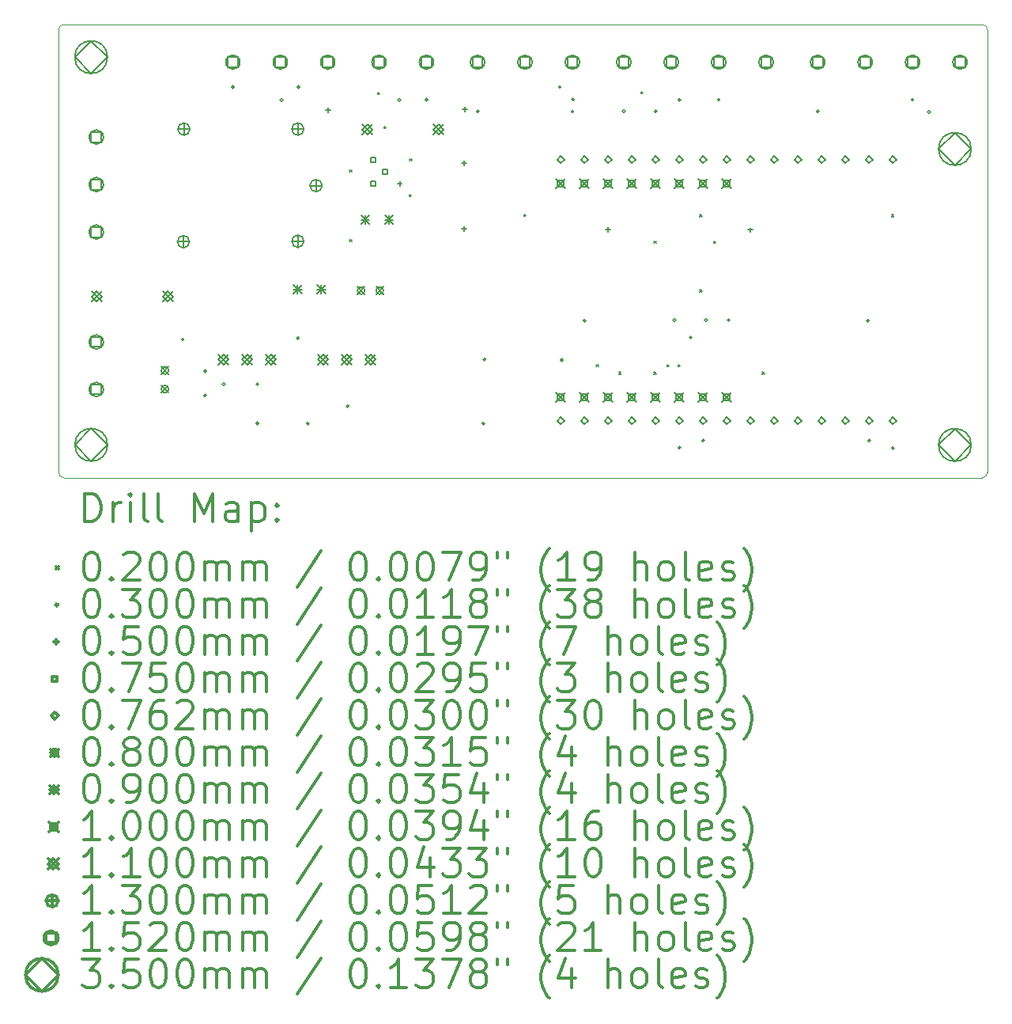
<source format=gbr>
%FSLAX45Y45*%
G04 Gerber Fmt 4.5, Leading zero omitted, Abs format (unit mm)*
G04 Created by KiCad (PCBNEW 5.1.10) date 2021-06-17 09:11:28*
%MOMM*%
%LPD*%
G01*
G04 APERTURE LIST*
%TA.AperFunction,Profile*%
%ADD10C,0.050000*%
%TD*%
%ADD11C,0.200000*%
%ADD12C,0.300000*%
G04 APERTURE END LIST*
D10*
X14590000Y-11520000D02*
G75*
G02*
X14530000Y-11460000I0J60000D01*
G01*
X14530000Y-6730000D02*
G75*
G02*
X14590000Y-6670000I60000J0D01*
G01*
X24420000Y-6670000D02*
G75*
G02*
X24480000Y-6730000I0J-60000D01*
G01*
X24480000Y-11460000D02*
G75*
G02*
X24420000Y-11520000I-60000J0D01*
G01*
X14530000Y-6730000D02*
X14530000Y-11460000D01*
X24420000Y-6670000D02*
X14590000Y-6670000D01*
X24480000Y-11460000D02*
X24480000Y-6730000D01*
X14590000Y-11520000D02*
X24420000Y-11520000D01*
D11*
X17650000Y-8230000D02*
X17670000Y-8250000D01*
X17670000Y-8230000D02*
X17650000Y-8250000D01*
X17650000Y-8970000D02*
X17670000Y-8990000D01*
X17670000Y-8970000D02*
X17650000Y-8990000D01*
X17950000Y-7395000D02*
X17970000Y-7415000D01*
X17970000Y-7395000D02*
X17950000Y-7415000D01*
X18020000Y-7760000D02*
X18040000Y-7780000D01*
X18040000Y-7760000D02*
X18020000Y-7780000D01*
X18290000Y-8490000D02*
X18310000Y-8510000D01*
X18310000Y-8490000D02*
X18290000Y-8510000D01*
X18291540Y-8111540D02*
X18311540Y-8131540D01*
X18311540Y-8111540D02*
X18291540Y-8131540D01*
X19516250Y-8703750D02*
X19536250Y-8723750D01*
X19536250Y-8703750D02*
X19516250Y-8723750D01*
X20290000Y-10310000D02*
X20310000Y-10330000D01*
X20310000Y-10310000D02*
X20290000Y-10330000D01*
X20530000Y-10390000D02*
X20550000Y-10410000D01*
X20550000Y-10390000D02*
X20530000Y-10410000D01*
X20770000Y-7390000D02*
X20790000Y-7410000D01*
X20790000Y-7390000D02*
X20770000Y-7410000D01*
X20909000Y-8989000D02*
X20929000Y-9009000D01*
X20929000Y-8989000D02*
X20909000Y-9009000D01*
X20910000Y-10390000D02*
X20930000Y-10410000D01*
X20930000Y-10390000D02*
X20910000Y-10410000D01*
X21050000Y-10310000D02*
X21070000Y-10330000D01*
X21070000Y-10310000D02*
X21050000Y-10330000D01*
X21170000Y-10310000D02*
X21190000Y-10330000D01*
X21190000Y-10310000D02*
X21170000Y-10330000D01*
X21401000Y-8706000D02*
X21421000Y-8726000D01*
X21421000Y-8706000D02*
X21401000Y-8726000D01*
X21401000Y-9509000D02*
X21421000Y-9529000D01*
X21421000Y-9509000D02*
X21401000Y-9529000D01*
X21550000Y-8990000D02*
X21570000Y-9010000D01*
X21570000Y-8990000D02*
X21550000Y-9010000D01*
X22070000Y-10390000D02*
X22090000Y-10410000D01*
X22090000Y-10390000D02*
X22070000Y-10410000D01*
X23455000Y-8706000D02*
X23475000Y-8726000D01*
X23475000Y-8706000D02*
X23455000Y-8726000D01*
X15875000Y-10040000D02*
G75*
G03*
X15875000Y-10040000I-15000J0D01*
G01*
X16115000Y-10380000D02*
G75*
G03*
X16115000Y-10380000I-15000J0D01*
G01*
X16115000Y-10640000D02*
G75*
G03*
X16115000Y-10640000I-15000J0D01*
G01*
X16315000Y-10520000D02*
G75*
G03*
X16315000Y-10520000I-15000J0D01*
G01*
X16415000Y-7340000D02*
G75*
G03*
X16415000Y-7340000I-15000J0D01*
G01*
X16675000Y-10520000D02*
G75*
G03*
X16675000Y-10520000I-15000J0D01*
G01*
X16676750Y-10938250D02*
G75*
G03*
X16676750Y-10938250I-15000J0D01*
G01*
X16935000Y-7480000D02*
G75*
G03*
X16935000Y-7480000I-15000J0D01*
G01*
X17109000Y-10026000D02*
G75*
G03*
X17109000Y-10026000I-15000J0D01*
G01*
X17115000Y-7340000D02*
G75*
G03*
X17115000Y-7340000I-15000J0D01*
G01*
X17215000Y-10940000D02*
G75*
G03*
X17215000Y-10940000I-15000J0D01*
G01*
X17641000Y-10754000D02*
G75*
G03*
X17641000Y-10754000I-15000J0D01*
G01*
X18195000Y-7480000D02*
G75*
G03*
X18195000Y-7480000I-15000J0D01*
G01*
X18485880Y-7475000D02*
G75*
G03*
X18485880Y-7475000I-15000J0D01*
G01*
X19035000Y-7600000D02*
G75*
G03*
X19035000Y-7600000I-15000J0D01*
G01*
X19095000Y-10940000D02*
G75*
G03*
X19095000Y-10940000I-15000J0D01*
G01*
X19108980Y-10253980D02*
G75*
G03*
X19108980Y-10253980I-15000J0D01*
G01*
X19915000Y-7340000D02*
G75*
G03*
X19915000Y-7340000I-15000J0D01*
G01*
X19935000Y-10260000D02*
G75*
G03*
X19935000Y-10260000I-15000J0D01*
G01*
X20050000Y-7603000D02*
G75*
G03*
X20050000Y-7603000I-15000J0D01*
G01*
X20056000Y-7475000D02*
G75*
G03*
X20056000Y-7475000I-15000J0D01*
G01*
X20178500Y-9839000D02*
G75*
G03*
X20178500Y-9839000I-15000J0D01*
G01*
X20599000Y-7598000D02*
G75*
G03*
X20599000Y-7598000I-15000J0D01*
G01*
X20941000Y-7600000D02*
G75*
G03*
X20941000Y-7600000I-15000J0D01*
G01*
X21142000Y-9833000D02*
G75*
G03*
X21142000Y-9833000I-15000J0D01*
G01*
X21194500Y-7477000D02*
G75*
G03*
X21194500Y-7477000I-15000J0D01*
G01*
X21196000Y-11198000D02*
G75*
G03*
X21196000Y-11198000I-15000J0D01*
G01*
X21315000Y-10020000D02*
G75*
G03*
X21315000Y-10020000I-15000J0D01*
G01*
X21449000Y-11123001D02*
G75*
G03*
X21449000Y-11123001I-15000J0D01*
G01*
X21482000Y-9833000D02*
G75*
G03*
X21482000Y-9833000I-15000J0D01*
G01*
X21616000Y-7475000D02*
G75*
G03*
X21616000Y-7475000I-15000J0D01*
G01*
X21722000Y-9833000D02*
G75*
G03*
X21722000Y-9833000I-15000J0D01*
G01*
X22675000Y-7600000D02*
G75*
G03*
X22675000Y-7600000I-15000J0D01*
G01*
X23215000Y-9840000D02*
G75*
G03*
X23215000Y-9840000I-15000J0D01*
G01*
X23226000Y-11124000D02*
G75*
G03*
X23226000Y-11124000I-15000J0D01*
G01*
X23480000Y-11201000D02*
G75*
G03*
X23480000Y-11201000I-15000J0D01*
G01*
X23690000Y-7475000D02*
G75*
G03*
X23690000Y-7475000I-15000J0D01*
G01*
X23868000Y-7606000D02*
G75*
G03*
X23868000Y-7606000I-15000J0D01*
G01*
X17420000Y-7560000D02*
X17420000Y-7610000D01*
X17395000Y-7585000D02*
X17445000Y-7585000D01*
X18184460Y-8350540D02*
X18184460Y-8400540D01*
X18159460Y-8375540D02*
X18209460Y-8375540D01*
X18875000Y-8130000D02*
X18875000Y-8180000D01*
X18850000Y-8155000D02*
X18900000Y-8155000D01*
X18877881Y-8832881D02*
X18877881Y-8882881D01*
X18852881Y-8857881D02*
X18902881Y-8857881D01*
X18880000Y-7555000D02*
X18880000Y-7605000D01*
X18855000Y-7580000D02*
X18905000Y-7580000D01*
X20417500Y-8841000D02*
X20417500Y-8891000D01*
X20392500Y-8866000D02*
X20442500Y-8866000D01*
X21941000Y-8843000D02*
X21941000Y-8893000D01*
X21916000Y-8868000D02*
X21966000Y-8868000D01*
X17929807Y-8148057D02*
X17929807Y-8095023D01*
X17876773Y-8095023D01*
X17876773Y-8148057D01*
X17929807Y-8148057D01*
X17929807Y-8402057D02*
X17929807Y-8349023D01*
X17876773Y-8349023D01*
X17876773Y-8402057D01*
X17929807Y-8402057D01*
X18056807Y-8275057D02*
X18056807Y-8222023D01*
X18003773Y-8222023D01*
X18003773Y-8275057D01*
X18056807Y-8275057D01*
X19909500Y-8156600D02*
X19947600Y-8118500D01*
X19909500Y-8080400D01*
X19871400Y-8118500D01*
X19909500Y-8156600D01*
X19909500Y-10950600D02*
X19947600Y-10912500D01*
X19909500Y-10874400D01*
X19871400Y-10912500D01*
X19909500Y-10950600D01*
X20163500Y-8156600D02*
X20201600Y-8118500D01*
X20163500Y-8080400D01*
X20125400Y-8118500D01*
X20163500Y-8156600D01*
X20163500Y-10950600D02*
X20201600Y-10912500D01*
X20163500Y-10874400D01*
X20125400Y-10912500D01*
X20163500Y-10950600D01*
X20417500Y-8156600D02*
X20455600Y-8118500D01*
X20417500Y-8080400D01*
X20379400Y-8118500D01*
X20417500Y-8156600D01*
X20417500Y-10950600D02*
X20455600Y-10912500D01*
X20417500Y-10874400D01*
X20379400Y-10912500D01*
X20417500Y-10950600D01*
X20671500Y-8156600D02*
X20709600Y-8118500D01*
X20671500Y-8080400D01*
X20633400Y-8118500D01*
X20671500Y-8156600D01*
X20671500Y-10950600D02*
X20709600Y-10912500D01*
X20671500Y-10874400D01*
X20633400Y-10912500D01*
X20671500Y-10950600D01*
X20925500Y-8156600D02*
X20963600Y-8118500D01*
X20925500Y-8080400D01*
X20887400Y-8118500D01*
X20925500Y-8156600D01*
X20925500Y-10950600D02*
X20963600Y-10912500D01*
X20925500Y-10874400D01*
X20887400Y-10912500D01*
X20925500Y-10950600D01*
X21179500Y-8156600D02*
X21217600Y-8118500D01*
X21179500Y-8080400D01*
X21141400Y-8118500D01*
X21179500Y-8156600D01*
X21179500Y-10950600D02*
X21217600Y-10912500D01*
X21179500Y-10874400D01*
X21141400Y-10912500D01*
X21179500Y-10950600D01*
X21433500Y-8156600D02*
X21471600Y-8118500D01*
X21433500Y-8080400D01*
X21395400Y-8118500D01*
X21433500Y-8156600D01*
X21433500Y-10950600D02*
X21471600Y-10912500D01*
X21433500Y-10874400D01*
X21395400Y-10912500D01*
X21433500Y-10950600D01*
X21687500Y-8156600D02*
X21725600Y-8118500D01*
X21687500Y-8080400D01*
X21649400Y-8118500D01*
X21687500Y-8156600D01*
X21687500Y-10950600D02*
X21725600Y-10912500D01*
X21687500Y-10874400D01*
X21649400Y-10912500D01*
X21687500Y-10950600D01*
X21941500Y-8156600D02*
X21979600Y-8118500D01*
X21941500Y-8080400D01*
X21903400Y-8118500D01*
X21941500Y-8156600D01*
X21941500Y-10950600D02*
X21979600Y-10912500D01*
X21941500Y-10874400D01*
X21903400Y-10912500D01*
X21941500Y-10950600D01*
X22195500Y-8156600D02*
X22233600Y-8118500D01*
X22195500Y-8080400D01*
X22157400Y-8118500D01*
X22195500Y-8156600D01*
X22195500Y-10950600D02*
X22233600Y-10912500D01*
X22195500Y-10874400D01*
X22157400Y-10912500D01*
X22195500Y-10950600D01*
X22449500Y-8156600D02*
X22487600Y-8118500D01*
X22449500Y-8080400D01*
X22411400Y-8118500D01*
X22449500Y-8156600D01*
X22449500Y-10950600D02*
X22487600Y-10912500D01*
X22449500Y-10874400D01*
X22411400Y-10912500D01*
X22449500Y-10950600D01*
X22703500Y-8156600D02*
X22741600Y-8118500D01*
X22703500Y-8080400D01*
X22665400Y-8118500D01*
X22703500Y-8156600D01*
X22703500Y-10950600D02*
X22741600Y-10912500D01*
X22703500Y-10874400D01*
X22665400Y-10912500D01*
X22703500Y-10950600D01*
X22957500Y-8156600D02*
X22995600Y-8118500D01*
X22957500Y-8080400D01*
X22919400Y-8118500D01*
X22957500Y-8156600D01*
X22957500Y-10950600D02*
X22995600Y-10912500D01*
X22957500Y-10874400D01*
X22919400Y-10912500D01*
X22957500Y-10950600D01*
X23211500Y-8156600D02*
X23249600Y-8118500D01*
X23211500Y-8080400D01*
X23173400Y-8118500D01*
X23211500Y-8156600D01*
X23211500Y-10950600D02*
X23249600Y-10912500D01*
X23211500Y-10874400D01*
X23173400Y-10912500D01*
X23211500Y-10950600D01*
X23465500Y-8156600D02*
X23503600Y-8118500D01*
X23465500Y-8080400D01*
X23427400Y-8118500D01*
X23465500Y-8156600D01*
X23465500Y-10950600D02*
X23503600Y-10912500D01*
X23465500Y-10874400D01*
X23427400Y-10912500D01*
X23465500Y-10950600D01*
X15631000Y-10332000D02*
X15711000Y-10412000D01*
X15711000Y-10332000D02*
X15631000Y-10412000D01*
X15711000Y-10372000D02*
G75*
G03*
X15711000Y-10372000I-40000J0D01*
G01*
X15631000Y-10532000D02*
X15711000Y-10612000D01*
X15711000Y-10532000D02*
X15631000Y-10612000D01*
X15711000Y-10572000D02*
G75*
G03*
X15711000Y-10572000I-40000J0D01*
G01*
X17731110Y-9477380D02*
X17811110Y-9557380D01*
X17811110Y-9477380D02*
X17731110Y-9557380D01*
X17811110Y-9517380D02*
G75*
G03*
X17811110Y-9517380I-40000J0D01*
G01*
X17931110Y-9477380D02*
X18011110Y-9557380D01*
X18011110Y-9477380D02*
X17931110Y-9557380D01*
X18011110Y-9517380D02*
G75*
G03*
X18011110Y-9517380I-40000J0D01*
G01*
X17045390Y-9459680D02*
X17135390Y-9549680D01*
X17135390Y-9459680D02*
X17045390Y-9549680D01*
X17090390Y-9459680D02*
X17090390Y-9549680D01*
X17045390Y-9504680D02*
X17135390Y-9504680D01*
X17299390Y-9459680D02*
X17389390Y-9549680D01*
X17389390Y-9459680D02*
X17299390Y-9549680D01*
X17344390Y-9459680D02*
X17344390Y-9549680D01*
X17299390Y-9504680D02*
X17389390Y-9504680D01*
X17771050Y-8715400D02*
X17861050Y-8805400D01*
X17861050Y-8715400D02*
X17771050Y-8805400D01*
X17816050Y-8715400D02*
X17816050Y-8805400D01*
X17771050Y-8760400D02*
X17861050Y-8760400D01*
X18025050Y-8715400D02*
X18115050Y-8805400D01*
X18115050Y-8715400D02*
X18025050Y-8805400D01*
X18070050Y-8715400D02*
X18070050Y-8805400D01*
X18025050Y-8760400D02*
X18115050Y-8760400D01*
X19859500Y-8322500D02*
X19959500Y-8422500D01*
X19959500Y-8322500D02*
X19859500Y-8422500D01*
X19944856Y-8407856D02*
X19944856Y-8337144D01*
X19874144Y-8337144D01*
X19874144Y-8407856D01*
X19944856Y-8407856D01*
X19859500Y-10608500D02*
X19959500Y-10708500D01*
X19959500Y-10608500D02*
X19859500Y-10708500D01*
X19944856Y-10693856D02*
X19944856Y-10623144D01*
X19874144Y-10623144D01*
X19874144Y-10693856D01*
X19944856Y-10693856D01*
X20113500Y-8322500D02*
X20213500Y-8422500D01*
X20213500Y-8322500D02*
X20113500Y-8422500D01*
X20198856Y-8407856D02*
X20198856Y-8337144D01*
X20128144Y-8337144D01*
X20128144Y-8407856D01*
X20198856Y-8407856D01*
X20113500Y-10608500D02*
X20213500Y-10708500D01*
X20213500Y-10608500D02*
X20113500Y-10708500D01*
X20198856Y-10693856D02*
X20198856Y-10623144D01*
X20128144Y-10623144D01*
X20128144Y-10693856D01*
X20198856Y-10693856D01*
X20367500Y-8322500D02*
X20467500Y-8422500D01*
X20467500Y-8322500D02*
X20367500Y-8422500D01*
X20452856Y-8407856D02*
X20452856Y-8337144D01*
X20382144Y-8337144D01*
X20382144Y-8407856D01*
X20452856Y-8407856D01*
X20367500Y-10608500D02*
X20467500Y-10708500D01*
X20467500Y-10608500D02*
X20367500Y-10708500D01*
X20452856Y-10693856D02*
X20452856Y-10623144D01*
X20382144Y-10623144D01*
X20382144Y-10693856D01*
X20452856Y-10693856D01*
X20621500Y-8322500D02*
X20721500Y-8422500D01*
X20721500Y-8322500D02*
X20621500Y-8422500D01*
X20706856Y-8407856D02*
X20706856Y-8337144D01*
X20636144Y-8337144D01*
X20636144Y-8407856D01*
X20706856Y-8407856D01*
X20621500Y-10608500D02*
X20721500Y-10708500D01*
X20721500Y-10608500D02*
X20621500Y-10708500D01*
X20706856Y-10693856D02*
X20706856Y-10623144D01*
X20636144Y-10623144D01*
X20636144Y-10693856D01*
X20706856Y-10693856D01*
X20875500Y-8322500D02*
X20975500Y-8422500D01*
X20975500Y-8322500D02*
X20875500Y-8422500D01*
X20960856Y-8407856D02*
X20960856Y-8337144D01*
X20890144Y-8337144D01*
X20890144Y-8407856D01*
X20960856Y-8407856D01*
X20875500Y-10608500D02*
X20975500Y-10708500D01*
X20975500Y-10608500D02*
X20875500Y-10708500D01*
X20960856Y-10693856D02*
X20960856Y-10623144D01*
X20890144Y-10623144D01*
X20890144Y-10693856D01*
X20960856Y-10693856D01*
X21129500Y-8322500D02*
X21229500Y-8422500D01*
X21229500Y-8322500D02*
X21129500Y-8422500D01*
X21214856Y-8407856D02*
X21214856Y-8337144D01*
X21144144Y-8337144D01*
X21144144Y-8407856D01*
X21214856Y-8407856D01*
X21129500Y-10608500D02*
X21229500Y-10708500D01*
X21229500Y-10608500D02*
X21129500Y-10708500D01*
X21214856Y-10693856D02*
X21214856Y-10623144D01*
X21144144Y-10623144D01*
X21144144Y-10693856D01*
X21214856Y-10693856D01*
X21383500Y-8322500D02*
X21483500Y-8422500D01*
X21483500Y-8322500D02*
X21383500Y-8422500D01*
X21468856Y-8407856D02*
X21468856Y-8337144D01*
X21398144Y-8337144D01*
X21398144Y-8407856D01*
X21468856Y-8407856D01*
X21383500Y-10608500D02*
X21483500Y-10708500D01*
X21483500Y-10608500D02*
X21383500Y-10708500D01*
X21468856Y-10693856D02*
X21468856Y-10623144D01*
X21398144Y-10623144D01*
X21398144Y-10693856D01*
X21468856Y-10693856D01*
X21637500Y-8322500D02*
X21737500Y-8422500D01*
X21737500Y-8322500D02*
X21637500Y-8422500D01*
X21722856Y-8407856D02*
X21722856Y-8337144D01*
X21652144Y-8337144D01*
X21652144Y-8407856D01*
X21722856Y-8407856D01*
X21637500Y-10608500D02*
X21737500Y-10708500D01*
X21737500Y-10608500D02*
X21637500Y-10708500D01*
X21722856Y-10693856D02*
X21722856Y-10623144D01*
X21652144Y-10623144D01*
X21652144Y-10693856D01*
X21722856Y-10693856D01*
X14883000Y-9528000D02*
X14993000Y-9638000D01*
X14993000Y-9528000D02*
X14883000Y-9638000D01*
X14938000Y-9638000D02*
X14993000Y-9583000D01*
X14938000Y-9528000D01*
X14883000Y-9583000D01*
X14938000Y-9638000D01*
X15645000Y-9528000D02*
X15755000Y-9638000D01*
X15755000Y-9528000D02*
X15645000Y-9638000D01*
X15700000Y-9638000D02*
X15755000Y-9583000D01*
X15700000Y-9528000D01*
X15645000Y-9583000D01*
X15700000Y-9638000D01*
X16241640Y-10198980D02*
X16351640Y-10308980D01*
X16351640Y-10198980D02*
X16241640Y-10308980D01*
X16296640Y-10308980D02*
X16351640Y-10253980D01*
X16296640Y-10198980D01*
X16241640Y-10253980D01*
X16296640Y-10308980D01*
X16495640Y-10198980D02*
X16605640Y-10308980D01*
X16605640Y-10198980D02*
X16495640Y-10308980D01*
X16550640Y-10308980D02*
X16605640Y-10253980D01*
X16550640Y-10198980D01*
X16495640Y-10253980D01*
X16550640Y-10308980D01*
X16749640Y-10198980D02*
X16859640Y-10308980D01*
X16859640Y-10198980D02*
X16749640Y-10308980D01*
X16804640Y-10308980D02*
X16859640Y-10253980D01*
X16804640Y-10198980D01*
X16749640Y-10253980D01*
X16804640Y-10308980D01*
X17311000Y-10198980D02*
X17421000Y-10308980D01*
X17421000Y-10198980D02*
X17311000Y-10308980D01*
X17366000Y-10308980D02*
X17421000Y-10253980D01*
X17366000Y-10198980D01*
X17311000Y-10253980D01*
X17366000Y-10308980D01*
X17565000Y-10198980D02*
X17675000Y-10308980D01*
X17675000Y-10198980D02*
X17565000Y-10308980D01*
X17620000Y-10308980D02*
X17675000Y-10253980D01*
X17620000Y-10198980D01*
X17565000Y-10253980D01*
X17620000Y-10308980D01*
X17782250Y-7741420D02*
X17892250Y-7851420D01*
X17892250Y-7741420D02*
X17782250Y-7851420D01*
X17837250Y-7851420D02*
X17892250Y-7796420D01*
X17837250Y-7741420D01*
X17782250Y-7796420D01*
X17837250Y-7851420D01*
X17819000Y-10198980D02*
X17929000Y-10308980D01*
X17929000Y-10198980D02*
X17819000Y-10308980D01*
X17874000Y-10308980D02*
X17929000Y-10253980D01*
X17874000Y-10198980D01*
X17819000Y-10253980D01*
X17874000Y-10308980D01*
X18544250Y-7741420D02*
X18654250Y-7851420D01*
X18654250Y-7741420D02*
X18544250Y-7851420D01*
X18599250Y-7851420D02*
X18654250Y-7796420D01*
X18599250Y-7741420D01*
X18544250Y-7796420D01*
X18599250Y-7851420D01*
X15868610Y-8929590D02*
X15868610Y-9059590D01*
X15803610Y-8994590D02*
X15933610Y-8994590D01*
X15933610Y-8994590D02*
G75*
G03*
X15933610Y-8994590I-65000J0D01*
G01*
X15873610Y-7724590D02*
X15873610Y-7854590D01*
X15808610Y-7789590D02*
X15938610Y-7789590D01*
X15938610Y-7789590D02*
G75*
G03*
X15938610Y-7789590I-65000J0D01*
G01*
X17093610Y-7724590D02*
X17093610Y-7854590D01*
X17028610Y-7789590D02*
X17158610Y-7789590D01*
X17158610Y-7789590D02*
G75*
G03*
X17158610Y-7789590I-65000J0D01*
G01*
X17093610Y-8924590D02*
X17093610Y-9054590D01*
X17028610Y-8989590D02*
X17158610Y-8989590D01*
X17158610Y-8989590D02*
G75*
G03*
X17158610Y-8989590I-65000J0D01*
G01*
X17288610Y-8329590D02*
X17288610Y-8459590D01*
X17223610Y-8394590D02*
X17353610Y-8394590D01*
X17353610Y-8394590D02*
G75*
G03*
X17353610Y-8394590I-65000J0D01*
G01*
X14989741Y-7928741D02*
X14989741Y-7821259D01*
X14882259Y-7821259D01*
X14882259Y-7928741D01*
X14989741Y-7928741D01*
X15012000Y-7875000D02*
G75*
G03*
X15012000Y-7875000I-76000J0D01*
G01*
X14989741Y-8436741D02*
X14989741Y-8329259D01*
X14882259Y-8329259D01*
X14882259Y-8436741D01*
X14989741Y-8436741D01*
X15012000Y-8383000D02*
G75*
G03*
X15012000Y-8383000I-76000J0D01*
G01*
X14989741Y-8944741D02*
X14989741Y-8837259D01*
X14882259Y-8837259D01*
X14882259Y-8944741D01*
X14989741Y-8944741D01*
X15012000Y-8891000D02*
G75*
G03*
X15012000Y-8891000I-76000J0D01*
G01*
X14989741Y-10121031D02*
X14989741Y-10013549D01*
X14882259Y-10013549D01*
X14882259Y-10121031D01*
X14989741Y-10121031D01*
X15012000Y-10067290D02*
G75*
G03*
X15012000Y-10067290I-76000J0D01*
G01*
X14989741Y-10629031D02*
X14989741Y-10521549D01*
X14882259Y-10521549D01*
X14882259Y-10629031D01*
X14989741Y-10629031D01*
X15012000Y-10575290D02*
G75*
G03*
X15012000Y-10575290I-76000J0D01*
G01*
X16451981Y-7127641D02*
X16451981Y-7020159D01*
X16344499Y-7020159D01*
X16344499Y-7127641D01*
X16451981Y-7127641D01*
X16474240Y-7073900D02*
G75*
G03*
X16474240Y-7073900I-76000J0D01*
G01*
X16959981Y-7127641D02*
X16959981Y-7020159D01*
X16852499Y-7020159D01*
X16852499Y-7127641D01*
X16959981Y-7127641D01*
X16982240Y-7073900D02*
G75*
G03*
X16982240Y-7073900I-76000J0D01*
G01*
X17467981Y-7127641D02*
X17467981Y-7020159D01*
X17360499Y-7020159D01*
X17360499Y-7127641D01*
X17467981Y-7127641D01*
X17490240Y-7073900D02*
G75*
G03*
X17490240Y-7073900I-76000J0D01*
G01*
X18016621Y-7127641D02*
X18016621Y-7020159D01*
X17909139Y-7020159D01*
X17909139Y-7127641D01*
X18016621Y-7127641D01*
X18038880Y-7073900D02*
G75*
G03*
X18038880Y-7073900I-76000J0D01*
G01*
X18524621Y-7127641D02*
X18524621Y-7020159D01*
X18417139Y-7020159D01*
X18417139Y-7127641D01*
X18524621Y-7127641D01*
X18546880Y-7073900D02*
G75*
G03*
X18546880Y-7073900I-76000J0D01*
G01*
X19071991Y-7127641D02*
X19071991Y-7020159D01*
X18964509Y-7020159D01*
X18964509Y-7127641D01*
X19071991Y-7127641D01*
X19094250Y-7073900D02*
G75*
G03*
X19094250Y-7073900I-76000J0D01*
G01*
X19579991Y-7127641D02*
X19579991Y-7020159D01*
X19472509Y-7020159D01*
X19472509Y-7127641D01*
X19579991Y-7127641D01*
X19602250Y-7073900D02*
G75*
G03*
X19602250Y-7073900I-76000J0D01*
G01*
X20087991Y-7127641D02*
X20087991Y-7020159D01*
X19980509Y-7020159D01*
X19980509Y-7127641D01*
X20087991Y-7127641D01*
X20110250Y-7073900D02*
G75*
G03*
X20110250Y-7073900I-76000J0D01*
G01*
X20637901Y-7127641D02*
X20637901Y-7020159D01*
X20530419Y-7020159D01*
X20530419Y-7127641D01*
X20637901Y-7127641D01*
X20660160Y-7073900D02*
G75*
G03*
X20660160Y-7073900I-76000J0D01*
G01*
X21145901Y-7127641D02*
X21145901Y-7020159D01*
X21038419Y-7020159D01*
X21038419Y-7127641D01*
X21145901Y-7127641D01*
X21168160Y-7073900D02*
G75*
G03*
X21168160Y-7073900I-76000J0D01*
G01*
X21653901Y-7127641D02*
X21653901Y-7020159D01*
X21546419Y-7020159D01*
X21546419Y-7127641D01*
X21653901Y-7127641D01*
X21676160Y-7073900D02*
G75*
G03*
X21676160Y-7073900I-76000J0D01*
G01*
X22161901Y-7127641D02*
X22161901Y-7020159D01*
X22054419Y-7020159D01*
X22054419Y-7127641D01*
X22161901Y-7127641D01*
X22184160Y-7073900D02*
G75*
G03*
X22184160Y-7073900I-76000J0D01*
G01*
X22714351Y-7127641D02*
X22714351Y-7020159D01*
X22606869Y-7020159D01*
X22606869Y-7127641D01*
X22714351Y-7127641D01*
X22736610Y-7073900D02*
G75*
G03*
X22736610Y-7073900I-76000J0D01*
G01*
X23222351Y-7127641D02*
X23222351Y-7020159D01*
X23114869Y-7020159D01*
X23114869Y-7127641D01*
X23222351Y-7127641D01*
X23244610Y-7073900D02*
G75*
G03*
X23244610Y-7073900I-76000J0D01*
G01*
X23730351Y-7127641D02*
X23730351Y-7020159D01*
X23622869Y-7020159D01*
X23622869Y-7127641D01*
X23730351Y-7127641D01*
X23752610Y-7073900D02*
G75*
G03*
X23752610Y-7073900I-76000J0D01*
G01*
X24238351Y-7127641D02*
X24238351Y-7020159D01*
X24130869Y-7020159D01*
X24130869Y-7127641D01*
X24238351Y-7127641D01*
X24260610Y-7073900D02*
G75*
G03*
X24260610Y-7073900I-76000J0D01*
G01*
X14880000Y-7195000D02*
X15055000Y-7020000D01*
X14880000Y-6845000D01*
X14705000Y-7020000D01*
X14880000Y-7195000D01*
X15055000Y-7020000D02*
G75*
G03*
X15055000Y-7020000I-175000J0D01*
G01*
X14881000Y-11343000D02*
X15056000Y-11168000D01*
X14881000Y-10993000D01*
X14706000Y-11168000D01*
X14881000Y-11343000D01*
X15056000Y-11168000D02*
G75*
G03*
X15056000Y-11168000I-175000J0D01*
G01*
X24130000Y-8177000D02*
X24305000Y-8002000D01*
X24130000Y-7827000D01*
X23955000Y-8002000D01*
X24130000Y-8177000D01*
X24305000Y-8002000D02*
G75*
G03*
X24305000Y-8002000I-175000J0D01*
G01*
X24130000Y-11344000D02*
X24305000Y-11169000D01*
X24130000Y-10994000D01*
X23955000Y-11169000D01*
X24130000Y-11344000D01*
X24305000Y-11169000D02*
G75*
G03*
X24305000Y-11169000I-175000J0D01*
G01*
D12*
X14813928Y-11988214D02*
X14813928Y-11688214D01*
X14885357Y-11688214D01*
X14928214Y-11702500D01*
X14956786Y-11731071D01*
X14971071Y-11759643D01*
X14985357Y-11816786D01*
X14985357Y-11859643D01*
X14971071Y-11916786D01*
X14956786Y-11945357D01*
X14928214Y-11973929D01*
X14885357Y-11988214D01*
X14813928Y-11988214D01*
X15113928Y-11988214D02*
X15113928Y-11788214D01*
X15113928Y-11845357D02*
X15128214Y-11816786D01*
X15142500Y-11802500D01*
X15171071Y-11788214D01*
X15199643Y-11788214D01*
X15299643Y-11988214D02*
X15299643Y-11788214D01*
X15299643Y-11688214D02*
X15285357Y-11702500D01*
X15299643Y-11716786D01*
X15313928Y-11702500D01*
X15299643Y-11688214D01*
X15299643Y-11716786D01*
X15485357Y-11988214D02*
X15456786Y-11973929D01*
X15442500Y-11945357D01*
X15442500Y-11688214D01*
X15642500Y-11988214D02*
X15613928Y-11973929D01*
X15599643Y-11945357D01*
X15599643Y-11688214D01*
X15985357Y-11988214D02*
X15985357Y-11688214D01*
X16085357Y-11902500D01*
X16185357Y-11688214D01*
X16185357Y-11988214D01*
X16456786Y-11988214D02*
X16456786Y-11831071D01*
X16442500Y-11802500D01*
X16413928Y-11788214D01*
X16356786Y-11788214D01*
X16328214Y-11802500D01*
X16456786Y-11973929D02*
X16428214Y-11988214D01*
X16356786Y-11988214D01*
X16328214Y-11973929D01*
X16313928Y-11945357D01*
X16313928Y-11916786D01*
X16328214Y-11888214D01*
X16356786Y-11873929D01*
X16428214Y-11873929D01*
X16456786Y-11859643D01*
X16599643Y-11788214D02*
X16599643Y-12088214D01*
X16599643Y-11802500D02*
X16628214Y-11788214D01*
X16685357Y-11788214D01*
X16713928Y-11802500D01*
X16728214Y-11816786D01*
X16742500Y-11845357D01*
X16742500Y-11931071D01*
X16728214Y-11959643D01*
X16713928Y-11973929D01*
X16685357Y-11988214D01*
X16628214Y-11988214D01*
X16599643Y-11973929D01*
X16871071Y-11959643D02*
X16885357Y-11973929D01*
X16871071Y-11988214D01*
X16856786Y-11973929D01*
X16871071Y-11959643D01*
X16871071Y-11988214D01*
X16871071Y-11802500D02*
X16885357Y-11816786D01*
X16871071Y-11831071D01*
X16856786Y-11816786D01*
X16871071Y-11802500D01*
X16871071Y-11831071D01*
X14507500Y-12472500D02*
X14527500Y-12492500D01*
X14527500Y-12472500D02*
X14507500Y-12492500D01*
X14871071Y-12318214D02*
X14899643Y-12318214D01*
X14928214Y-12332500D01*
X14942500Y-12346786D01*
X14956786Y-12375357D01*
X14971071Y-12432500D01*
X14971071Y-12503929D01*
X14956786Y-12561071D01*
X14942500Y-12589643D01*
X14928214Y-12603929D01*
X14899643Y-12618214D01*
X14871071Y-12618214D01*
X14842500Y-12603929D01*
X14828214Y-12589643D01*
X14813928Y-12561071D01*
X14799643Y-12503929D01*
X14799643Y-12432500D01*
X14813928Y-12375357D01*
X14828214Y-12346786D01*
X14842500Y-12332500D01*
X14871071Y-12318214D01*
X15099643Y-12589643D02*
X15113928Y-12603929D01*
X15099643Y-12618214D01*
X15085357Y-12603929D01*
X15099643Y-12589643D01*
X15099643Y-12618214D01*
X15228214Y-12346786D02*
X15242500Y-12332500D01*
X15271071Y-12318214D01*
X15342500Y-12318214D01*
X15371071Y-12332500D01*
X15385357Y-12346786D01*
X15399643Y-12375357D01*
X15399643Y-12403929D01*
X15385357Y-12446786D01*
X15213928Y-12618214D01*
X15399643Y-12618214D01*
X15585357Y-12318214D02*
X15613928Y-12318214D01*
X15642500Y-12332500D01*
X15656786Y-12346786D01*
X15671071Y-12375357D01*
X15685357Y-12432500D01*
X15685357Y-12503929D01*
X15671071Y-12561071D01*
X15656786Y-12589643D01*
X15642500Y-12603929D01*
X15613928Y-12618214D01*
X15585357Y-12618214D01*
X15556786Y-12603929D01*
X15542500Y-12589643D01*
X15528214Y-12561071D01*
X15513928Y-12503929D01*
X15513928Y-12432500D01*
X15528214Y-12375357D01*
X15542500Y-12346786D01*
X15556786Y-12332500D01*
X15585357Y-12318214D01*
X15871071Y-12318214D02*
X15899643Y-12318214D01*
X15928214Y-12332500D01*
X15942500Y-12346786D01*
X15956786Y-12375357D01*
X15971071Y-12432500D01*
X15971071Y-12503929D01*
X15956786Y-12561071D01*
X15942500Y-12589643D01*
X15928214Y-12603929D01*
X15899643Y-12618214D01*
X15871071Y-12618214D01*
X15842500Y-12603929D01*
X15828214Y-12589643D01*
X15813928Y-12561071D01*
X15799643Y-12503929D01*
X15799643Y-12432500D01*
X15813928Y-12375357D01*
X15828214Y-12346786D01*
X15842500Y-12332500D01*
X15871071Y-12318214D01*
X16099643Y-12618214D02*
X16099643Y-12418214D01*
X16099643Y-12446786D02*
X16113928Y-12432500D01*
X16142500Y-12418214D01*
X16185357Y-12418214D01*
X16213928Y-12432500D01*
X16228214Y-12461071D01*
X16228214Y-12618214D01*
X16228214Y-12461071D02*
X16242500Y-12432500D01*
X16271071Y-12418214D01*
X16313928Y-12418214D01*
X16342500Y-12432500D01*
X16356786Y-12461071D01*
X16356786Y-12618214D01*
X16499643Y-12618214D02*
X16499643Y-12418214D01*
X16499643Y-12446786D02*
X16513928Y-12432500D01*
X16542500Y-12418214D01*
X16585357Y-12418214D01*
X16613928Y-12432500D01*
X16628214Y-12461071D01*
X16628214Y-12618214D01*
X16628214Y-12461071D02*
X16642500Y-12432500D01*
X16671071Y-12418214D01*
X16713928Y-12418214D01*
X16742500Y-12432500D01*
X16756786Y-12461071D01*
X16756786Y-12618214D01*
X17342500Y-12303929D02*
X17085357Y-12689643D01*
X17728214Y-12318214D02*
X17756786Y-12318214D01*
X17785357Y-12332500D01*
X17799643Y-12346786D01*
X17813928Y-12375357D01*
X17828214Y-12432500D01*
X17828214Y-12503929D01*
X17813928Y-12561071D01*
X17799643Y-12589643D01*
X17785357Y-12603929D01*
X17756786Y-12618214D01*
X17728214Y-12618214D01*
X17699643Y-12603929D01*
X17685357Y-12589643D01*
X17671071Y-12561071D01*
X17656786Y-12503929D01*
X17656786Y-12432500D01*
X17671071Y-12375357D01*
X17685357Y-12346786D01*
X17699643Y-12332500D01*
X17728214Y-12318214D01*
X17956786Y-12589643D02*
X17971071Y-12603929D01*
X17956786Y-12618214D01*
X17942500Y-12603929D01*
X17956786Y-12589643D01*
X17956786Y-12618214D01*
X18156786Y-12318214D02*
X18185357Y-12318214D01*
X18213928Y-12332500D01*
X18228214Y-12346786D01*
X18242500Y-12375357D01*
X18256786Y-12432500D01*
X18256786Y-12503929D01*
X18242500Y-12561071D01*
X18228214Y-12589643D01*
X18213928Y-12603929D01*
X18185357Y-12618214D01*
X18156786Y-12618214D01*
X18128214Y-12603929D01*
X18113928Y-12589643D01*
X18099643Y-12561071D01*
X18085357Y-12503929D01*
X18085357Y-12432500D01*
X18099643Y-12375357D01*
X18113928Y-12346786D01*
X18128214Y-12332500D01*
X18156786Y-12318214D01*
X18442500Y-12318214D02*
X18471071Y-12318214D01*
X18499643Y-12332500D01*
X18513928Y-12346786D01*
X18528214Y-12375357D01*
X18542500Y-12432500D01*
X18542500Y-12503929D01*
X18528214Y-12561071D01*
X18513928Y-12589643D01*
X18499643Y-12603929D01*
X18471071Y-12618214D01*
X18442500Y-12618214D01*
X18413928Y-12603929D01*
X18399643Y-12589643D01*
X18385357Y-12561071D01*
X18371071Y-12503929D01*
X18371071Y-12432500D01*
X18385357Y-12375357D01*
X18399643Y-12346786D01*
X18413928Y-12332500D01*
X18442500Y-12318214D01*
X18642500Y-12318214D02*
X18842500Y-12318214D01*
X18713928Y-12618214D01*
X18971071Y-12618214D02*
X19028214Y-12618214D01*
X19056786Y-12603929D01*
X19071071Y-12589643D01*
X19099643Y-12546786D01*
X19113928Y-12489643D01*
X19113928Y-12375357D01*
X19099643Y-12346786D01*
X19085357Y-12332500D01*
X19056786Y-12318214D01*
X18999643Y-12318214D01*
X18971071Y-12332500D01*
X18956786Y-12346786D01*
X18942500Y-12375357D01*
X18942500Y-12446786D01*
X18956786Y-12475357D01*
X18971071Y-12489643D01*
X18999643Y-12503929D01*
X19056786Y-12503929D01*
X19085357Y-12489643D01*
X19099643Y-12475357D01*
X19113928Y-12446786D01*
X19228214Y-12318214D02*
X19228214Y-12375357D01*
X19342500Y-12318214D02*
X19342500Y-12375357D01*
X19785357Y-12732500D02*
X19771071Y-12718214D01*
X19742500Y-12675357D01*
X19728214Y-12646786D01*
X19713928Y-12603929D01*
X19699643Y-12532500D01*
X19699643Y-12475357D01*
X19713928Y-12403929D01*
X19728214Y-12361071D01*
X19742500Y-12332500D01*
X19771071Y-12289643D01*
X19785357Y-12275357D01*
X20056786Y-12618214D02*
X19885357Y-12618214D01*
X19971071Y-12618214D02*
X19971071Y-12318214D01*
X19942500Y-12361071D01*
X19913928Y-12389643D01*
X19885357Y-12403929D01*
X20199643Y-12618214D02*
X20256786Y-12618214D01*
X20285357Y-12603929D01*
X20299643Y-12589643D01*
X20328214Y-12546786D01*
X20342500Y-12489643D01*
X20342500Y-12375357D01*
X20328214Y-12346786D01*
X20313928Y-12332500D01*
X20285357Y-12318214D01*
X20228214Y-12318214D01*
X20199643Y-12332500D01*
X20185357Y-12346786D01*
X20171071Y-12375357D01*
X20171071Y-12446786D01*
X20185357Y-12475357D01*
X20199643Y-12489643D01*
X20228214Y-12503929D01*
X20285357Y-12503929D01*
X20313928Y-12489643D01*
X20328214Y-12475357D01*
X20342500Y-12446786D01*
X20699643Y-12618214D02*
X20699643Y-12318214D01*
X20828214Y-12618214D02*
X20828214Y-12461071D01*
X20813928Y-12432500D01*
X20785357Y-12418214D01*
X20742500Y-12418214D01*
X20713928Y-12432500D01*
X20699643Y-12446786D01*
X21013928Y-12618214D02*
X20985357Y-12603929D01*
X20971071Y-12589643D01*
X20956786Y-12561071D01*
X20956786Y-12475357D01*
X20971071Y-12446786D01*
X20985357Y-12432500D01*
X21013928Y-12418214D01*
X21056786Y-12418214D01*
X21085357Y-12432500D01*
X21099643Y-12446786D01*
X21113928Y-12475357D01*
X21113928Y-12561071D01*
X21099643Y-12589643D01*
X21085357Y-12603929D01*
X21056786Y-12618214D01*
X21013928Y-12618214D01*
X21285357Y-12618214D02*
X21256786Y-12603929D01*
X21242500Y-12575357D01*
X21242500Y-12318214D01*
X21513928Y-12603929D02*
X21485357Y-12618214D01*
X21428214Y-12618214D01*
X21399643Y-12603929D01*
X21385357Y-12575357D01*
X21385357Y-12461071D01*
X21399643Y-12432500D01*
X21428214Y-12418214D01*
X21485357Y-12418214D01*
X21513928Y-12432500D01*
X21528214Y-12461071D01*
X21528214Y-12489643D01*
X21385357Y-12518214D01*
X21642500Y-12603929D02*
X21671071Y-12618214D01*
X21728214Y-12618214D01*
X21756786Y-12603929D01*
X21771071Y-12575357D01*
X21771071Y-12561071D01*
X21756786Y-12532500D01*
X21728214Y-12518214D01*
X21685357Y-12518214D01*
X21656786Y-12503929D01*
X21642500Y-12475357D01*
X21642500Y-12461071D01*
X21656786Y-12432500D01*
X21685357Y-12418214D01*
X21728214Y-12418214D01*
X21756786Y-12432500D01*
X21871071Y-12732500D02*
X21885357Y-12718214D01*
X21913928Y-12675357D01*
X21928214Y-12646786D01*
X21942500Y-12603929D01*
X21956786Y-12532500D01*
X21956786Y-12475357D01*
X21942500Y-12403929D01*
X21928214Y-12361071D01*
X21913928Y-12332500D01*
X21885357Y-12289643D01*
X21871071Y-12275357D01*
X14527500Y-12878500D02*
G75*
G03*
X14527500Y-12878500I-15000J0D01*
G01*
X14871071Y-12714214D02*
X14899643Y-12714214D01*
X14928214Y-12728500D01*
X14942500Y-12742786D01*
X14956786Y-12771357D01*
X14971071Y-12828500D01*
X14971071Y-12899929D01*
X14956786Y-12957071D01*
X14942500Y-12985643D01*
X14928214Y-12999929D01*
X14899643Y-13014214D01*
X14871071Y-13014214D01*
X14842500Y-12999929D01*
X14828214Y-12985643D01*
X14813928Y-12957071D01*
X14799643Y-12899929D01*
X14799643Y-12828500D01*
X14813928Y-12771357D01*
X14828214Y-12742786D01*
X14842500Y-12728500D01*
X14871071Y-12714214D01*
X15099643Y-12985643D02*
X15113928Y-12999929D01*
X15099643Y-13014214D01*
X15085357Y-12999929D01*
X15099643Y-12985643D01*
X15099643Y-13014214D01*
X15213928Y-12714214D02*
X15399643Y-12714214D01*
X15299643Y-12828500D01*
X15342500Y-12828500D01*
X15371071Y-12842786D01*
X15385357Y-12857071D01*
X15399643Y-12885643D01*
X15399643Y-12957071D01*
X15385357Y-12985643D01*
X15371071Y-12999929D01*
X15342500Y-13014214D01*
X15256786Y-13014214D01*
X15228214Y-12999929D01*
X15213928Y-12985643D01*
X15585357Y-12714214D02*
X15613928Y-12714214D01*
X15642500Y-12728500D01*
X15656786Y-12742786D01*
X15671071Y-12771357D01*
X15685357Y-12828500D01*
X15685357Y-12899929D01*
X15671071Y-12957071D01*
X15656786Y-12985643D01*
X15642500Y-12999929D01*
X15613928Y-13014214D01*
X15585357Y-13014214D01*
X15556786Y-12999929D01*
X15542500Y-12985643D01*
X15528214Y-12957071D01*
X15513928Y-12899929D01*
X15513928Y-12828500D01*
X15528214Y-12771357D01*
X15542500Y-12742786D01*
X15556786Y-12728500D01*
X15585357Y-12714214D01*
X15871071Y-12714214D02*
X15899643Y-12714214D01*
X15928214Y-12728500D01*
X15942500Y-12742786D01*
X15956786Y-12771357D01*
X15971071Y-12828500D01*
X15971071Y-12899929D01*
X15956786Y-12957071D01*
X15942500Y-12985643D01*
X15928214Y-12999929D01*
X15899643Y-13014214D01*
X15871071Y-13014214D01*
X15842500Y-12999929D01*
X15828214Y-12985643D01*
X15813928Y-12957071D01*
X15799643Y-12899929D01*
X15799643Y-12828500D01*
X15813928Y-12771357D01*
X15828214Y-12742786D01*
X15842500Y-12728500D01*
X15871071Y-12714214D01*
X16099643Y-13014214D02*
X16099643Y-12814214D01*
X16099643Y-12842786D02*
X16113928Y-12828500D01*
X16142500Y-12814214D01*
X16185357Y-12814214D01*
X16213928Y-12828500D01*
X16228214Y-12857071D01*
X16228214Y-13014214D01*
X16228214Y-12857071D02*
X16242500Y-12828500D01*
X16271071Y-12814214D01*
X16313928Y-12814214D01*
X16342500Y-12828500D01*
X16356786Y-12857071D01*
X16356786Y-13014214D01*
X16499643Y-13014214D02*
X16499643Y-12814214D01*
X16499643Y-12842786D02*
X16513928Y-12828500D01*
X16542500Y-12814214D01*
X16585357Y-12814214D01*
X16613928Y-12828500D01*
X16628214Y-12857071D01*
X16628214Y-13014214D01*
X16628214Y-12857071D02*
X16642500Y-12828500D01*
X16671071Y-12814214D01*
X16713928Y-12814214D01*
X16742500Y-12828500D01*
X16756786Y-12857071D01*
X16756786Y-13014214D01*
X17342500Y-12699929D02*
X17085357Y-13085643D01*
X17728214Y-12714214D02*
X17756786Y-12714214D01*
X17785357Y-12728500D01*
X17799643Y-12742786D01*
X17813928Y-12771357D01*
X17828214Y-12828500D01*
X17828214Y-12899929D01*
X17813928Y-12957071D01*
X17799643Y-12985643D01*
X17785357Y-12999929D01*
X17756786Y-13014214D01*
X17728214Y-13014214D01*
X17699643Y-12999929D01*
X17685357Y-12985643D01*
X17671071Y-12957071D01*
X17656786Y-12899929D01*
X17656786Y-12828500D01*
X17671071Y-12771357D01*
X17685357Y-12742786D01*
X17699643Y-12728500D01*
X17728214Y-12714214D01*
X17956786Y-12985643D02*
X17971071Y-12999929D01*
X17956786Y-13014214D01*
X17942500Y-12999929D01*
X17956786Y-12985643D01*
X17956786Y-13014214D01*
X18156786Y-12714214D02*
X18185357Y-12714214D01*
X18213928Y-12728500D01*
X18228214Y-12742786D01*
X18242500Y-12771357D01*
X18256786Y-12828500D01*
X18256786Y-12899929D01*
X18242500Y-12957071D01*
X18228214Y-12985643D01*
X18213928Y-12999929D01*
X18185357Y-13014214D01*
X18156786Y-13014214D01*
X18128214Y-12999929D01*
X18113928Y-12985643D01*
X18099643Y-12957071D01*
X18085357Y-12899929D01*
X18085357Y-12828500D01*
X18099643Y-12771357D01*
X18113928Y-12742786D01*
X18128214Y-12728500D01*
X18156786Y-12714214D01*
X18542500Y-13014214D02*
X18371071Y-13014214D01*
X18456786Y-13014214D02*
X18456786Y-12714214D01*
X18428214Y-12757071D01*
X18399643Y-12785643D01*
X18371071Y-12799929D01*
X18828214Y-13014214D02*
X18656786Y-13014214D01*
X18742500Y-13014214D02*
X18742500Y-12714214D01*
X18713928Y-12757071D01*
X18685357Y-12785643D01*
X18656786Y-12799929D01*
X18999643Y-12842786D02*
X18971071Y-12828500D01*
X18956786Y-12814214D01*
X18942500Y-12785643D01*
X18942500Y-12771357D01*
X18956786Y-12742786D01*
X18971071Y-12728500D01*
X18999643Y-12714214D01*
X19056786Y-12714214D01*
X19085357Y-12728500D01*
X19099643Y-12742786D01*
X19113928Y-12771357D01*
X19113928Y-12785643D01*
X19099643Y-12814214D01*
X19085357Y-12828500D01*
X19056786Y-12842786D01*
X18999643Y-12842786D01*
X18971071Y-12857071D01*
X18956786Y-12871357D01*
X18942500Y-12899929D01*
X18942500Y-12957071D01*
X18956786Y-12985643D01*
X18971071Y-12999929D01*
X18999643Y-13014214D01*
X19056786Y-13014214D01*
X19085357Y-12999929D01*
X19099643Y-12985643D01*
X19113928Y-12957071D01*
X19113928Y-12899929D01*
X19099643Y-12871357D01*
X19085357Y-12857071D01*
X19056786Y-12842786D01*
X19228214Y-12714214D02*
X19228214Y-12771357D01*
X19342500Y-12714214D02*
X19342500Y-12771357D01*
X19785357Y-13128500D02*
X19771071Y-13114214D01*
X19742500Y-13071357D01*
X19728214Y-13042786D01*
X19713928Y-12999929D01*
X19699643Y-12928500D01*
X19699643Y-12871357D01*
X19713928Y-12799929D01*
X19728214Y-12757071D01*
X19742500Y-12728500D01*
X19771071Y-12685643D01*
X19785357Y-12671357D01*
X19871071Y-12714214D02*
X20056786Y-12714214D01*
X19956786Y-12828500D01*
X19999643Y-12828500D01*
X20028214Y-12842786D01*
X20042500Y-12857071D01*
X20056786Y-12885643D01*
X20056786Y-12957071D01*
X20042500Y-12985643D01*
X20028214Y-12999929D01*
X19999643Y-13014214D01*
X19913928Y-13014214D01*
X19885357Y-12999929D01*
X19871071Y-12985643D01*
X20228214Y-12842786D02*
X20199643Y-12828500D01*
X20185357Y-12814214D01*
X20171071Y-12785643D01*
X20171071Y-12771357D01*
X20185357Y-12742786D01*
X20199643Y-12728500D01*
X20228214Y-12714214D01*
X20285357Y-12714214D01*
X20313928Y-12728500D01*
X20328214Y-12742786D01*
X20342500Y-12771357D01*
X20342500Y-12785643D01*
X20328214Y-12814214D01*
X20313928Y-12828500D01*
X20285357Y-12842786D01*
X20228214Y-12842786D01*
X20199643Y-12857071D01*
X20185357Y-12871357D01*
X20171071Y-12899929D01*
X20171071Y-12957071D01*
X20185357Y-12985643D01*
X20199643Y-12999929D01*
X20228214Y-13014214D01*
X20285357Y-13014214D01*
X20313928Y-12999929D01*
X20328214Y-12985643D01*
X20342500Y-12957071D01*
X20342500Y-12899929D01*
X20328214Y-12871357D01*
X20313928Y-12857071D01*
X20285357Y-12842786D01*
X20699643Y-13014214D02*
X20699643Y-12714214D01*
X20828214Y-13014214D02*
X20828214Y-12857071D01*
X20813928Y-12828500D01*
X20785357Y-12814214D01*
X20742500Y-12814214D01*
X20713928Y-12828500D01*
X20699643Y-12842786D01*
X21013928Y-13014214D02*
X20985357Y-12999929D01*
X20971071Y-12985643D01*
X20956786Y-12957071D01*
X20956786Y-12871357D01*
X20971071Y-12842786D01*
X20985357Y-12828500D01*
X21013928Y-12814214D01*
X21056786Y-12814214D01*
X21085357Y-12828500D01*
X21099643Y-12842786D01*
X21113928Y-12871357D01*
X21113928Y-12957071D01*
X21099643Y-12985643D01*
X21085357Y-12999929D01*
X21056786Y-13014214D01*
X21013928Y-13014214D01*
X21285357Y-13014214D02*
X21256786Y-12999929D01*
X21242500Y-12971357D01*
X21242500Y-12714214D01*
X21513928Y-12999929D02*
X21485357Y-13014214D01*
X21428214Y-13014214D01*
X21399643Y-12999929D01*
X21385357Y-12971357D01*
X21385357Y-12857071D01*
X21399643Y-12828500D01*
X21428214Y-12814214D01*
X21485357Y-12814214D01*
X21513928Y-12828500D01*
X21528214Y-12857071D01*
X21528214Y-12885643D01*
X21385357Y-12914214D01*
X21642500Y-12999929D02*
X21671071Y-13014214D01*
X21728214Y-13014214D01*
X21756786Y-12999929D01*
X21771071Y-12971357D01*
X21771071Y-12957071D01*
X21756786Y-12928500D01*
X21728214Y-12914214D01*
X21685357Y-12914214D01*
X21656786Y-12899929D01*
X21642500Y-12871357D01*
X21642500Y-12857071D01*
X21656786Y-12828500D01*
X21685357Y-12814214D01*
X21728214Y-12814214D01*
X21756786Y-12828500D01*
X21871071Y-13128500D02*
X21885357Y-13114214D01*
X21913928Y-13071357D01*
X21928214Y-13042786D01*
X21942500Y-12999929D01*
X21956786Y-12928500D01*
X21956786Y-12871357D01*
X21942500Y-12799929D01*
X21928214Y-12757071D01*
X21913928Y-12728500D01*
X21885357Y-12685643D01*
X21871071Y-12671357D01*
X14502500Y-13249500D02*
X14502500Y-13299500D01*
X14477500Y-13274500D02*
X14527500Y-13274500D01*
X14871071Y-13110214D02*
X14899643Y-13110214D01*
X14928214Y-13124500D01*
X14942500Y-13138786D01*
X14956786Y-13167357D01*
X14971071Y-13224500D01*
X14971071Y-13295929D01*
X14956786Y-13353071D01*
X14942500Y-13381643D01*
X14928214Y-13395929D01*
X14899643Y-13410214D01*
X14871071Y-13410214D01*
X14842500Y-13395929D01*
X14828214Y-13381643D01*
X14813928Y-13353071D01*
X14799643Y-13295929D01*
X14799643Y-13224500D01*
X14813928Y-13167357D01*
X14828214Y-13138786D01*
X14842500Y-13124500D01*
X14871071Y-13110214D01*
X15099643Y-13381643D02*
X15113928Y-13395929D01*
X15099643Y-13410214D01*
X15085357Y-13395929D01*
X15099643Y-13381643D01*
X15099643Y-13410214D01*
X15385357Y-13110214D02*
X15242500Y-13110214D01*
X15228214Y-13253071D01*
X15242500Y-13238786D01*
X15271071Y-13224500D01*
X15342500Y-13224500D01*
X15371071Y-13238786D01*
X15385357Y-13253071D01*
X15399643Y-13281643D01*
X15399643Y-13353071D01*
X15385357Y-13381643D01*
X15371071Y-13395929D01*
X15342500Y-13410214D01*
X15271071Y-13410214D01*
X15242500Y-13395929D01*
X15228214Y-13381643D01*
X15585357Y-13110214D02*
X15613928Y-13110214D01*
X15642500Y-13124500D01*
X15656786Y-13138786D01*
X15671071Y-13167357D01*
X15685357Y-13224500D01*
X15685357Y-13295929D01*
X15671071Y-13353071D01*
X15656786Y-13381643D01*
X15642500Y-13395929D01*
X15613928Y-13410214D01*
X15585357Y-13410214D01*
X15556786Y-13395929D01*
X15542500Y-13381643D01*
X15528214Y-13353071D01*
X15513928Y-13295929D01*
X15513928Y-13224500D01*
X15528214Y-13167357D01*
X15542500Y-13138786D01*
X15556786Y-13124500D01*
X15585357Y-13110214D01*
X15871071Y-13110214D02*
X15899643Y-13110214D01*
X15928214Y-13124500D01*
X15942500Y-13138786D01*
X15956786Y-13167357D01*
X15971071Y-13224500D01*
X15971071Y-13295929D01*
X15956786Y-13353071D01*
X15942500Y-13381643D01*
X15928214Y-13395929D01*
X15899643Y-13410214D01*
X15871071Y-13410214D01*
X15842500Y-13395929D01*
X15828214Y-13381643D01*
X15813928Y-13353071D01*
X15799643Y-13295929D01*
X15799643Y-13224500D01*
X15813928Y-13167357D01*
X15828214Y-13138786D01*
X15842500Y-13124500D01*
X15871071Y-13110214D01*
X16099643Y-13410214D02*
X16099643Y-13210214D01*
X16099643Y-13238786D02*
X16113928Y-13224500D01*
X16142500Y-13210214D01*
X16185357Y-13210214D01*
X16213928Y-13224500D01*
X16228214Y-13253071D01*
X16228214Y-13410214D01*
X16228214Y-13253071D02*
X16242500Y-13224500D01*
X16271071Y-13210214D01*
X16313928Y-13210214D01*
X16342500Y-13224500D01*
X16356786Y-13253071D01*
X16356786Y-13410214D01*
X16499643Y-13410214D02*
X16499643Y-13210214D01*
X16499643Y-13238786D02*
X16513928Y-13224500D01*
X16542500Y-13210214D01*
X16585357Y-13210214D01*
X16613928Y-13224500D01*
X16628214Y-13253071D01*
X16628214Y-13410214D01*
X16628214Y-13253071D02*
X16642500Y-13224500D01*
X16671071Y-13210214D01*
X16713928Y-13210214D01*
X16742500Y-13224500D01*
X16756786Y-13253071D01*
X16756786Y-13410214D01*
X17342500Y-13095929D02*
X17085357Y-13481643D01*
X17728214Y-13110214D02*
X17756786Y-13110214D01*
X17785357Y-13124500D01*
X17799643Y-13138786D01*
X17813928Y-13167357D01*
X17828214Y-13224500D01*
X17828214Y-13295929D01*
X17813928Y-13353071D01*
X17799643Y-13381643D01*
X17785357Y-13395929D01*
X17756786Y-13410214D01*
X17728214Y-13410214D01*
X17699643Y-13395929D01*
X17685357Y-13381643D01*
X17671071Y-13353071D01*
X17656786Y-13295929D01*
X17656786Y-13224500D01*
X17671071Y-13167357D01*
X17685357Y-13138786D01*
X17699643Y-13124500D01*
X17728214Y-13110214D01*
X17956786Y-13381643D02*
X17971071Y-13395929D01*
X17956786Y-13410214D01*
X17942500Y-13395929D01*
X17956786Y-13381643D01*
X17956786Y-13410214D01*
X18156786Y-13110214D02*
X18185357Y-13110214D01*
X18213928Y-13124500D01*
X18228214Y-13138786D01*
X18242500Y-13167357D01*
X18256786Y-13224500D01*
X18256786Y-13295929D01*
X18242500Y-13353071D01*
X18228214Y-13381643D01*
X18213928Y-13395929D01*
X18185357Y-13410214D01*
X18156786Y-13410214D01*
X18128214Y-13395929D01*
X18113928Y-13381643D01*
X18099643Y-13353071D01*
X18085357Y-13295929D01*
X18085357Y-13224500D01*
X18099643Y-13167357D01*
X18113928Y-13138786D01*
X18128214Y-13124500D01*
X18156786Y-13110214D01*
X18542500Y-13410214D02*
X18371071Y-13410214D01*
X18456786Y-13410214D02*
X18456786Y-13110214D01*
X18428214Y-13153071D01*
X18399643Y-13181643D01*
X18371071Y-13195929D01*
X18685357Y-13410214D02*
X18742500Y-13410214D01*
X18771071Y-13395929D01*
X18785357Y-13381643D01*
X18813928Y-13338786D01*
X18828214Y-13281643D01*
X18828214Y-13167357D01*
X18813928Y-13138786D01*
X18799643Y-13124500D01*
X18771071Y-13110214D01*
X18713928Y-13110214D01*
X18685357Y-13124500D01*
X18671071Y-13138786D01*
X18656786Y-13167357D01*
X18656786Y-13238786D01*
X18671071Y-13267357D01*
X18685357Y-13281643D01*
X18713928Y-13295929D01*
X18771071Y-13295929D01*
X18799643Y-13281643D01*
X18813928Y-13267357D01*
X18828214Y-13238786D01*
X18928214Y-13110214D02*
X19128214Y-13110214D01*
X18999643Y-13410214D01*
X19228214Y-13110214D02*
X19228214Y-13167357D01*
X19342500Y-13110214D02*
X19342500Y-13167357D01*
X19785357Y-13524500D02*
X19771071Y-13510214D01*
X19742500Y-13467357D01*
X19728214Y-13438786D01*
X19713928Y-13395929D01*
X19699643Y-13324500D01*
X19699643Y-13267357D01*
X19713928Y-13195929D01*
X19728214Y-13153071D01*
X19742500Y-13124500D01*
X19771071Y-13081643D01*
X19785357Y-13067357D01*
X19871071Y-13110214D02*
X20071071Y-13110214D01*
X19942500Y-13410214D01*
X20413928Y-13410214D02*
X20413928Y-13110214D01*
X20542500Y-13410214D02*
X20542500Y-13253071D01*
X20528214Y-13224500D01*
X20499643Y-13210214D01*
X20456786Y-13210214D01*
X20428214Y-13224500D01*
X20413928Y-13238786D01*
X20728214Y-13410214D02*
X20699643Y-13395929D01*
X20685357Y-13381643D01*
X20671071Y-13353071D01*
X20671071Y-13267357D01*
X20685357Y-13238786D01*
X20699643Y-13224500D01*
X20728214Y-13210214D01*
X20771071Y-13210214D01*
X20799643Y-13224500D01*
X20813928Y-13238786D01*
X20828214Y-13267357D01*
X20828214Y-13353071D01*
X20813928Y-13381643D01*
X20799643Y-13395929D01*
X20771071Y-13410214D01*
X20728214Y-13410214D01*
X20999643Y-13410214D02*
X20971071Y-13395929D01*
X20956786Y-13367357D01*
X20956786Y-13110214D01*
X21228214Y-13395929D02*
X21199643Y-13410214D01*
X21142500Y-13410214D01*
X21113928Y-13395929D01*
X21099643Y-13367357D01*
X21099643Y-13253071D01*
X21113928Y-13224500D01*
X21142500Y-13210214D01*
X21199643Y-13210214D01*
X21228214Y-13224500D01*
X21242500Y-13253071D01*
X21242500Y-13281643D01*
X21099643Y-13310214D01*
X21356786Y-13395929D02*
X21385357Y-13410214D01*
X21442500Y-13410214D01*
X21471071Y-13395929D01*
X21485357Y-13367357D01*
X21485357Y-13353071D01*
X21471071Y-13324500D01*
X21442500Y-13310214D01*
X21399643Y-13310214D01*
X21371071Y-13295929D01*
X21356786Y-13267357D01*
X21356786Y-13253071D01*
X21371071Y-13224500D01*
X21399643Y-13210214D01*
X21442500Y-13210214D01*
X21471071Y-13224500D01*
X21585357Y-13524500D02*
X21599643Y-13510214D01*
X21628214Y-13467357D01*
X21642500Y-13438786D01*
X21656786Y-13395929D01*
X21671071Y-13324500D01*
X21671071Y-13267357D01*
X21656786Y-13195929D01*
X21642500Y-13153071D01*
X21628214Y-13124500D01*
X21599643Y-13081643D01*
X21585357Y-13067357D01*
X14516517Y-13697017D02*
X14516517Y-13643983D01*
X14463483Y-13643983D01*
X14463483Y-13697017D01*
X14516517Y-13697017D01*
X14871071Y-13506214D02*
X14899643Y-13506214D01*
X14928214Y-13520500D01*
X14942500Y-13534786D01*
X14956786Y-13563357D01*
X14971071Y-13620500D01*
X14971071Y-13691929D01*
X14956786Y-13749071D01*
X14942500Y-13777643D01*
X14928214Y-13791929D01*
X14899643Y-13806214D01*
X14871071Y-13806214D01*
X14842500Y-13791929D01*
X14828214Y-13777643D01*
X14813928Y-13749071D01*
X14799643Y-13691929D01*
X14799643Y-13620500D01*
X14813928Y-13563357D01*
X14828214Y-13534786D01*
X14842500Y-13520500D01*
X14871071Y-13506214D01*
X15099643Y-13777643D02*
X15113928Y-13791929D01*
X15099643Y-13806214D01*
X15085357Y-13791929D01*
X15099643Y-13777643D01*
X15099643Y-13806214D01*
X15213928Y-13506214D02*
X15413928Y-13506214D01*
X15285357Y-13806214D01*
X15671071Y-13506214D02*
X15528214Y-13506214D01*
X15513928Y-13649071D01*
X15528214Y-13634786D01*
X15556786Y-13620500D01*
X15628214Y-13620500D01*
X15656786Y-13634786D01*
X15671071Y-13649071D01*
X15685357Y-13677643D01*
X15685357Y-13749071D01*
X15671071Y-13777643D01*
X15656786Y-13791929D01*
X15628214Y-13806214D01*
X15556786Y-13806214D01*
X15528214Y-13791929D01*
X15513928Y-13777643D01*
X15871071Y-13506214D02*
X15899643Y-13506214D01*
X15928214Y-13520500D01*
X15942500Y-13534786D01*
X15956786Y-13563357D01*
X15971071Y-13620500D01*
X15971071Y-13691929D01*
X15956786Y-13749071D01*
X15942500Y-13777643D01*
X15928214Y-13791929D01*
X15899643Y-13806214D01*
X15871071Y-13806214D01*
X15842500Y-13791929D01*
X15828214Y-13777643D01*
X15813928Y-13749071D01*
X15799643Y-13691929D01*
X15799643Y-13620500D01*
X15813928Y-13563357D01*
X15828214Y-13534786D01*
X15842500Y-13520500D01*
X15871071Y-13506214D01*
X16099643Y-13806214D02*
X16099643Y-13606214D01*
X16099643Y-13634786D02*
X16113928Y-13620500D01*
X16142500Y-13606214D01*
X16185357Y-13606214D01*
X16213928Y-13620500D01*
X16228214Y-13649071D01*
X16228214Y-13806214D01*
X16228214Y-13649071D02*
X16242500Y-13620500D01*
X16271071Y-13606214D01*
X16313928Y-13606214D01*
X16342500Y-13620500D01*
X16356786Y-13649071D01*
X16356786Y-13806214D01*
X16499643Y-13806214D02*
X16499643Y-13606214D01*
X16499643Y-13634786D02*
X16513928Y-13620500D01*
X16542500Y-13606214D01*
X16585357Y-13606214D01*
X16613928Y-13620500D01*
X16628214Y-13649071D01*
X16628214Y-13806214D01*
X16628214Y-13649071D02*
X16642500Y-13620500D01*
X16671071Y-13606214D01*
X16713928Y-13606214D01*
X16742500Y-13620500D01*
X16756786Y-13649071D01*
X16756786Y-13806214D01*
X17342500Y-13491929D02*
X17085357Y-13877643D01*
X17728214Y-13506214D02*
X17756786Y-13506214D01*
X17785357Y-13520500D01*
X17799643Y-13534786D01*
X17813928Y-13563357D01*
X17828214Y-13620500D01*
X17828214Y-13691929D01*
X17813928Y-13749071D01*
X17799643Y-13777643D01*
X17785357Y-13791929D01*
X17756786Y-13806214D01*
X17728214Y-13806214D01*
X17699643Y-13791929D01*
X17685357Y-13777643D01*
X17671071Y-13749071D01*
X17656786Y-13691929D01*
X17656786Y-13620500D01*
X17671071Y-13563357D01*
X17685357Y-13534786D01*
X17699643Y-13520500D01*
X17728214Y-13506214D01*
X17956786Y-13777643D02*
X17971071Y-13791929D01*
X17956786Y-13806214D01*
X17942500Y-13791929D01*
X17956786Y-13777643D01*
X17956786Y-13806214D01*
X18156786Y-13506214D02*
X18185357Y-13506214D01*
X18213928Y-13520500D01*
X18228214Y-13534786D01*
X18242500Y-13563357D01*
X18256786Y-13620500D01*
X18256786Y-13691929D01*
X18242500Y-13749071D01*
X18228214Y-13777643D01*
X18213928Y-13791929D01*
X18185357Y-13806214D01*
X18156786Y-13806214D01*
X18128214Y-13791929D01*
X18113928Y-13777643D01*
X18099643Y-13749071D01*
X18085357Y-13691929D01*
X18085357Y-13620500D01*
X18099643Y-13563357D01*
X18113928Y-13534786D01*
X18128214Y-13520500D01*
X18156786Y-13506214D01*
X18371071Y-13534786D02*
X18385357Y-13520500D01*
X18413928Y-13506214D01*
X18485357Y-13506214D01*
X18513928Y-13520500D01*
X18528214Y-13534786D01*
X18542500Y-13563357D01*
X18542500Y-13591929D01*
X18528214Y-13634786D01*
X18356786Y-13806214D01*
X18542500Y-13806214D01*
X18685357Y-13806214D02*
X18742500Y-13806214D01*
X18771071Y-13791929D01*
X18785357Y-13777643D01*
X18813928Y-13734786D01*
X18828214Y-13677643D01*
X18828214Y-13563357D01*
X18813928Y-13534786D01*
X18799643Y-13520500D01*
X18771071Y-13506214D01*
X18713928Y-13506214D01*
X18685357Y-13520500D01*
X18671071Y-13534786D01*
X18656786Y-13563357D01*
X18656786Y-13634786D01*
X18671071Y-13663357D01*
X18685357Y-13677643D01*
X18713928Y-13691929D01*
X18771071Y-13691929D01*
X18799643Y-13677643D01*
X18813928Y-13663357D01*
X18828214Y-13634786D01*
X19099643Y-13506214D02*
X18956786Y-13506214D01*
X18942500Y-13649071D01*
X18956786Y-13634786D01*
X18985357Y-13620500D01*
X19056786Y-13620500D01*
X19085357Y-13634786D01*
X19099643Y-13649071D01*
X19113928Y-13677643D01*
X19113928Y-13749071D01*
X19099643Y-13777643D01*
X19085357Y-13791929D01*
X19056786Y-13806214D01*
X18985357Y-13806214D01*
X18956786Y-13791929D01*
X18942500Y-13777643D01*
X19228214Y-13506214D02*
X19228214Y-13563357D01*
X19342500Y-13506214D02*
X19342500Y-13563357D01*
X19785357Y-13920500D02*
X19771071Y-13906214D01*
X19742500Y-13863357D01*
X19728214Y-13834786D01*
X19713928Y-13791929D01*
X19699643Y-13720500D01*
X19699643Y-13663357D01*
X19713928Y-13591929D01*
X19728214Y-13549071D01*
X19742500Y-13520500D01*
X19771071Y-13477643D01*
X19785357Y-13463357D01*
X19871071Y-13506214D02*
X20056786Y-13506214D01*
X19956786Y-13620500D01*
X19999643Y-13620500D01*
X20028214Y-13634786D01*
X20042500Y-13649071D01*
X20056786Y-13677643D01*
X20056786Y-13749071D01*
X20042500Y-13777643D01*
X20028214Y-13791929D01*
X19999643Y-13806214D01*
X19913928Y-13806214D01*
X19885357Y-13791929D01*
X19871071Y-13777643D01*
X20413928Y-13806214D02*
X20413928Y-13506214D01*
X20542500Y-13806214D02*
X20542500Y-13649071D01*
X20528214Y-13620500D01*
X20499643Y-13606214D01*
X20456786Y-13606214D01*
X20428214Y-13620500D01*
X20413928Y-13634786D01*
X20728214Y-13806214D02*
X20699643Y-13791929D01*
X20685357Y-13777643D01*
X20671071Y-13749071D01*
X20671071Y-13663357D01*
X20685357Y-13634786D01*
X20699643Y-13620500D01*
X20728214Y-13606214D01*
X20771071Y-13606214D01*
X20799643Y-13620500D01*
X20813928Y-13634786D01*
X20828214Y-13663357D01*
X20828214Y-13749071D01*
X20813928Y-13777643D01*
X20799643Y-13791929D01*
X20771071Y-13806214D01*
X20728214Y-13806214D01*
X20999643Y-13806214D02*
X20971071Y-13791929D01*
X20956786Y-13763357D01*
X20956786Y-13506214D01*
X21228214Y-13791929D02*
X21199643Y-13806214D01*
X21142500Y-13806214D01*
X21113928Y-13791929D01*
X21099643Y-13763357D01*
X21099643Y-13649071D01*
X21113928Y-13620500D01*
X21142500Y-13606214D01*
X21199643Y-13606214D01*
X21228214Y-13620500D01*
X21242500Y-13649071D01*
X21242500Y-13677643D01*
X21099643Y-13706214D01*
X21356786Y-13791929D02*
X21385357Y-13806214D01*
X21442500Y-13806214D01*
X21471071Y-13791929D01*
X21485357Y-13763357D01*
X21485357Y-13749071D01*
X21471071Y-13720500D01*
X21442500Y-13706214D01*
X21399643Y-13706214D01*
X21371071Y-13691929D01*
X21356786Y-13663357D01*
X21356786Y-13649071D01*
X21371071Y-13620500D01*
X21399643Y-13606214D01*
X21442500Y-13606214D01*
X21471071Y-13620500D01*
X21585357Y-13920500D02*
X21599643Y-13906214D01*
X21628214Y-13863357D01*
X21642500Y-13834786D01*
X21656786Y-13791929D01*
X21671071Y-13720500D01*
X21671071Y-13663357D01*
X21656786Y-13591929D01*
X21642500Y-13549071D01*
X21628214Y-13520500D01*
X21599643Y-13477643D01*
X21585357Y-13463357D01*
X14489400Y-14104600D02*
X14527500Y-14066500D01*
X14489400Y-14028400D01*
X14451300Y-14066500D01*
X14489400Y-14104600D01*
X14871071Y-13902214D02*
X14899643Y-13902214D01*
X14928214Y-13916500D01*
X14942500Y-13930786D01*
X14956786Y-13959357D01*
X14971071Y-14016500D01*
X14971071Y-14087929D01*
X14956786Y-14145071D01*
X14942500Y-14173643D01*
X14928214Y-14187929D01*
X14899643Y-14202214D01*
X14871071Y-14202214D01*
X14842500Y-14187929D01*
X14828214Y-14173643D01*
X14813928Y-14145071D01*
X14799643Y-14087929D01*
X14799643Y-14016500D01*
X14813928Y-13959357D01*
X14828214Y-13930786D01*
X14842500Y-13916500D01*
X14871071Y-13902214D01*
X15099643Y-14173643D02*
X15113928Y-14187929D01*
X15099643Y-14202214D01*
X15085357Y-14187929D01*
X15099643Y-14173643D01*
X15099643Y-14202214D01*
X15213928Y-13902214D02*
X15413928Y-13902214D01*
X15285357Y-14202214D01*
X15656786Y-13902214D02*
X15599643Y-13902214D01*
X15571071Y-13916500D01*
X15556786Y-13930786D01*
X15528214Y-13973643D01*
X15513928Y-14030786D01*
X15513928Y-14145071D01*
X15528214Y-14173643D01*
X15542500Y-14187929D01*
X15571071Y-14202214D01*
X15628214Y-14202214D01*
X15656786Y-14187929D01*
X15671071Y-14173643D01*
X15685357Y-14145071D01*
X15685357Y-14073643D01*
X15671071Y-14045071D01*
X15656786Y-14030786D01*
X15628214Y-14016500D01*
X15571071Y-14016500D01*
X15542500Y-14030786D01*
X15528214Y-14045071D01*
X15513928Y-14073643D01*
X15799643Y-13930786D02*
X15813928Y-13916500D01*
X15842500Y-13902214D01*
X15913928Y-13902214D01*
X15942500Y-13916500D01*
X15956786Y-13930786D01*
X15971071Y-13959357D01*
X15971071Y-13987929D01*
X15956786Y-14030786D01*
X15785357Y-14202214D01*
X15971071Y-14202214D01*
X16099643Y-14202214D02*
X16099643Y-14002214D01*
X16099643Y-14030786D02*
X16113928Y-14016500D01*
X16142500Y-14002214D01*
X16185357Y-14002214D01*
X16213928Y-14016500D01*
X16228214Y-14045071D01*
X16228214Y-14202214D01*
X16228214Y-14045071D02*
X16242500Y-14016500D01*
X16271071Y-14002214D01*
X16313928Y-14002214D01*
X16342500Y-14016500D01*
X16356786Y-14045071D01*
X16356786Y-14202214D01*
X16499643Y-14202214D02*
X16499643Y-14002214D01*
X16499643Y-14030786D02*
X16513928Y-14016500D01*
X16542500Y-14002214D01*
X16585357Y-14002214D01*
X16613928Y-14016500D01*
X16628214Y-14045071D01*
X16628214Y-14202214D01*
X16628214Y-14045071D02*
X16642500Y-14016500D01*
X16671071Y-14002214D01*
X16713928Y-14002214D01*
X16742500Y-14016500D01*
X16756786Y-14045071D01*
X16756786Y-14202214D01*
X17342500Y-13887929D02*
X17085357Y-14273643D01*
X17728214Y-13902214D02*
X17756786Y-13902214D01*
X17785357Y-13916500D01*
X17799643Y-13930786D01*
X17813928Y-13959357D01*
X17828214Y-14016500D01*
X17828214Y-14087929D01*
X17813928Y-14145071D01*
X17799643Y-14173643D01*
X17785357Y-14187929D01*
X17756786Y-14202214D01*
X17728214Y-14202214D01*
X17699643Y-14187929D01*
X17685357Y-14173643D01*
X17671071Y-14145071D01*
X17656786Y-14087929D01*
X17656786Y-14016500D01*
X17671071Y-13959357D01*
X17685357Y-13930786D01*
X17699643Y-13916500D01*
X17728214Y-13902214D01*
X17956786Y-14173643D02*
X17971071Y-14187929D01*
X17956786Y-14202214D01*
X17942500Y-14187929D01*
X17956786Y-14173643D01*
X17956786Y-14202214D01*
X18156786Y-13902214D02*
X18185357Y-13902214D01*
X18213928Y-13916500D01*
X18228214Y-13930786D01*
X18242500Y-13959357D01*
X18256786Y-14016500D01*
X18256786Y-14087929D01*
X18242500Y-14145071D01*
X18228214Y-14173643D01*
X18213928Y-14187929D01*
X18185357Y-14202214D01*
X18156786Y-14202214D01*
X18128214Y-14187929D01*
X18113928Y-14173643D01*
X18099643Y-14145071D01*
X18085357Y-14087929D01*
X18085357Y-14016500D01*
X18099643Y-13959357D01*
X18113928Y-13930786D01*
X18128214Y-13916500D01*
X18156786Y-13902214D01*
X18356786Y-13902214D02*
X18542500Y-13902214D01*
X18442500Y-14016500D01*
X18485357Y-14016500D01*
X18513928Y-14030786D01*
X18528214Y-14045071D01*
X18542500Y-14073643D01*
X18542500Y-14145071D01*
X18528214Y-14173643D01*
X18513928Y-14187929D01*
X18485357Y-14202214D01*
X18399643Y-14202214D01*
X18371071Y-14187929D01*
X18356786Y-14173643D01*
X18728214Y-13902214D02*
X18756786Y-13902214D01*
X18785357Y-13916500D01*
X18799643Y-13930786D01*
X18813928Y-13959357D01*
X18828214Y-14016500D01*
X18828214Y-14087929D01*
X18813928Y-14145071D01*
X18799643Y-14173643D01*
X18785357Y-14187929D01*
X18756786Y-14202214D01*
X18728214Y-14202214D01*
X18699643Y-14187929D01*
X18685357Y-14173643D01*
X18671071Y-14145071D01*
X18656786Y-14087929D01*
X18656786Y-14016500D01*
X18671071Y-13959357D01*
X18685357Y-13930786D01*
X18699643Y-13916500D01*
X18728214Y-13902214D01*
X19013928Y-13902214D02*
X19042500Y-13902214D01*
X19071071Y-13916500D01*
X19085357Y-13930786D01*
X19099643Y-13959357D01*
X19113928Y-14016500D01*
X19113928Y-14087929D01*
X19099643Y-14145071D01*
X19085357Y-14173643D01*
X19071071Y-14187929D01*
X19042500Y-14202214D01*
X19013928Y-14202214D01*
X18985357Y-14187929D01*
X18971071Y-14173643D01*
X18956786Y-14145071D01*
X18942500Y-14087929D01*
X18942500Y-14016500D01*
X18956786Y-13959357D01*
X18971071Y-13930786D01*
X18985357Y-13916500D01*
X19013928Y-13902214D01*
X19228214Y-13902214D02*
X19228214Y-13959357D01*
X19342500Y-13902214D02*
X19342500Y-13959357D01*
X19785357Y-14316500D02*
X19771071Y-14302214D01*
X19742500Y-14259357D01*
X19728214Y-14230786D01*
X19713928Y-14187929D01*
X19699643Y-14116500D01*
X19699643Y-14059357D01*
X19713928Y-13987929D01*
X19728214Y-13945071D01*
X19742500Y-13916500D01*
X19771071Y-13873643D01*
X19785357Y-13859357D01*
X19871071Y-13902214D02*
X20056786Y-13902214D01*
X19956786Y-14016500D01*
X19999643Y-14016500D01*
X20028214Y-14030786D01*
X20042500Y-14045071D01*
X20056786Y-14073643D01*
X20056786Y-14145071D01*
X20042500Y-14173643D01*
X20028214Y-14187929D01*
X19999643Y-14202214D01*
X19913928Y-14202214D01*
X19885357Y-14187929D01*
X19871071Y-14173643D01*
X20242500Y-13902214D02*
X20271071Y-13902214D01*
X20299643Y-13916500D01*
X20313928Y-13930786D01*
X20328214Y-13959357D01*
X20342500Y-14016500D01*
X20342500Y-14087929D01*
X20328214Y-14145071D01*
X20313928Y-14173643D01*
X20299643Y-14187929D01*
X20271071Y-14202214D01*
X20242500Y-14202214D01*
X20213928Y-14187929D01*
X20199643Y-14173643D01*
X20185357Y-14145071D01*
X20171071Y-14087929D01*
X20171071Y-14016500D01*
X20185357Y-13959357D01*
X20199643Y-13930786D01*
X20213928Y-13916500D01*
X20242500Y-13902214D01*
X20699643Y-14202214D02*
X20699643Y-13902214D01*
X20828214Y-14202214D02*
X20828214Y-14045071D01*
X20813928Y-14016500D01*
X20785357Y-14002214D01*
X20742500Y-14002214D01*
X20713928Y-14016500D01*
X20699643Y-14030786D01*
X21013928Y-14202214D02*
X20985357Y-14187929D01*
X20971071Y-14173643D01*
X20956786Y-14145071D01*
X20956786Y-14059357D01*
X20971071Y-14030786D01*
X20985357Y-14016500D01*
X21013928Y-14002214D01*
X21056786Y-14002214D01*
X21085357Y-14016500D01*
X21099643Y-14030786D01*
X21113928Y-14059357D01*
X21113928Y-14145071D01*
X21099643Y-14173643D01*
X21085357Y-14187929D01*
X21056786Y-14202214D01*
X21013928Y-14202214D01*
X21285357Y-14202214D02*
X21256786Y-14187929D01*
X21242500Y-14159357D01*
X21242500Y-13902214D01*
X21513928Y-14187929D02*
X21485357Y-14202214D01*
X21428214Y-14202214D01*
X21399643Y-14187929D01*
X21385357Y-14159357D01*
X21385357Y-14045071D01*
X21399643Y-14016500D01*
X21428214Y-14002214D01*
X21485357Y-14002214D01*
X21513928Y-14016500D01*
X21528214Y-14045071D01*
X21528214Y-14073643D01*
X21385357Y-14102214D01*
X21642500Y-14187929D02*
X21671071Y-14202214D01*
X21728214Y-14202214D01*
X21756786Y-14187929D01*
X21771071Y-14159357D01*
X21771071Y-14145071D01*
X21756786Y-14116500D01*
X21728214Y-14102214D01*
X21685357Y-14102214D01*
X21656786Y-14087929D01*
X21642500Y-14059357D01*
X21642500Y-14045071D01*
X21656786Y-14016500D01*
X21685357Y-14002214D01*
X21728214Y-14002214D01*
X21756786Y-14016500D01*
X21871071Y-14316500D02*
X21885357Y-14302214D01*
X21913928Y-14259357D01*
X21928214Y-14230786D01*
X21942500Y-14187929D01*
X21956786Y-14116500D01*
X21956786Y-14059357D01*
X21942500Y-13987929D01*
X21928214Y-13945071D01*
X21913928Y-13916500D01*
X21885357Y-13873643D01*
X21871071Y-13859357D01*
X14447500Y-14422500D02*
X14527500Y-14502500D01*
X14527500Y-14422500D02*
X14447500Y-14502500D01*
X14527500Y-14462500D02*
G75*
G03*
X14527500Y-14462500I-40000J0D01*
G01*
X14871071Y-14298214D02*
X14899643Y-14298214D01*
X14928214Y-14312500D01*
X14942500Y-14326786D01*
X14956786Y-14355357D01*
X14971071Y-14412500D01*
X14971071Y-14483929D01*
X14956786Y-14541071D01*
X14942500Y-14569643D01*
X14928214Y-14583929D01*
X14899643Y-14598214D01*
X14871071Y-14598214D01*
X14842500Y-14583929D01*
X14828214Y-14569643D01*
X14813928Y-14541071D01*
X14799643Y-14483929D01*
X14799643Y-14412500D01*
X14813928Y-14355357D01*
X14828214Y-14326786D01*
X14842500Y-14312500D01*
X14871071Y-14298214D01*
X15099643Y-14569643D02*
X15113928Y-14583929D01*
X15099643Y-14598214D01*
X15085357Y-14583929D01*
X15099643Y-14569643D01*
X15099643Y-14598214D01*
X15285357Y-14426786D02*
X15256786Y-14412500D01*
X15242500Y-14398214D01*
X15228214Y-14369643D01*
X15228214Y-14355357D01*
X15242500Y-14326786D01*
X15256786Y-14312500D01*
X15285357Y-14298214D01*
X15342500Y-14298214D01*
X15371071Y-14312500D01*
X15385357Y-14326786D01*
X15399643Y-14355357D01*
X15399643Y-14369643D01*
X15385357Y-14398214D01*
X15371071Y-14412500D01*
X15342500Y-14426786D01*
X15285357Y-14426786D01*
X15256786Y-14441071D01*
X15242500Y-14455357D01*
X15228214Y-14483929D01*
X15228214Y-14541071D01*
X15242500Y-14569643D01*
X15256786Y-14583929D01*
X15285357Y-14598214D01*
X15342500Y-14598214D01*
X15371071Y-14583929D01*
X15385357Y-14569643D01*
X15399643Y-14541071D01*
X15399643Y-14483929D01*
X15385357Y-14455357D01*
X15371071Y-14441071D01*
X15342500Y-14426786D01*
X15585357Y-14298214D02*
X15613928Y-14298214D01*
X15642500Y-14312500D01*
X15656786Y-14326786D01*
X15671071Y-14355357D01*
X15685357Y-14412500D01*
X15685357Y-14483929D01*
X15671071Y-14541071D01*
X15656786Y-14569643D01*
X15642500Y-14583929D01*
X15613928Y-14598214D01*
X15585357Y-14598214D01*
X15556786Y-14583929D01*
X15542500Y-14569643D01*
X15528214Y-14541071D01*
X15513928Y-14483929D01*
X15513928Y-14412500D01*
X15528214Y-14355357D01*
X15542500Y-14326786D01*
X15556786Y-14312500D01*
X15585357Y-14298214D01*
X15871071Y-14298214D02*
X15899643Y-14298214D01*
X15928214Y-14312500D01*
X15942500Y-14326786D01*
X15956786Y-14355357D01*
X15971071Y-14412500D01*
X15971071Y-14483929D01*
X15956786Y-14541071D01*
X15942500Y-14569643D01*
X15928214Y-14583929D01*
X15899643Y-14598214D01*
X15871071Y-14598214D01*
X15842500Y-14583929D01*
X15828214Y-14569643D01*
X15813928Y-14541071D01*
X15799643Y-14483929D01*
X15799643Y-14412500D01*
X15813928Y-14355357D01*
X15828214Y-14326786D01*
X15842500Y-14312500D01*
X15871071Y-14298214D01*
X16099643Y-14598214D02*
X16099643Y-14398214D01*
X16099643Y-14426786D02*
X16113928Y-14412500D01*
X16142500Y-14398214D01*
X16185357Y-14398214D01*
X16213928Y-14412500D01*
X16228214Y-14441071D01*
X16228214Y-14598214D01*
X16228214Y-14441071D02*
X16242500Y-14412500D01*
X16271071Y-14398214D01*
X16313928Y-14398214D01*
X16342500Y-14412500D01*
X16356786Y-14441071D01*
X16356786Y-14598214D01*
X16499643Y-14598214D02*
X16499643Y-14398214D01*
X16499643Y-14426786D02*
X16513928Y-14412500D01*
X16542500Y-14398214D01*
X16585357Y-14398214D01*
X16613928Y-14412500D01*
X16628214Y-14441071D01*
X16628214Y-14598214D01*
X16628214Y-14441071D02*
X16642500Y-14412500D01*
X16671071Y-14398214D01*
X16713928Y-14398214D01*
X16742500Y-14412500D01*
X16756786Y-14441071D01*
X16756786Y-14598214D01*
X17342500Y-14283929D02*
X17085357Y-14669643D01*
X17728214Y-14298214D02*
X17756786Y-14298214D01*
X17785357Y-14312500D01*
X17799643Y-14326786D01*
X17813928Y-14355357D01*
X17828214Y-14412500D01*
X17828214Y-14483929D01*
X17813928Y-14541071D01*
X17799643Y-14569643D01*
X17785357Y-14583929D01*
X17756786Y-14598214D01*
X17728214Y-14598214D01*
X17699643Y-14583929D01*
X17685357Y-14569643D01*
X17671071Y-14541071D01*
X17656786Y-14483929D01*
X17656786Y-14412500D01*
X17671071Y-14355357D01*
X17685357Y-14326786D01*
X17699643Y-14312500D01*
X17728214Y-14298214D01*
X17956786Y-14569643D02*
X17971071Y-14583929D01*
X17956786Y-14598214D01*
X17942500Y-14583929D01*
X17956786Y-14569643D01*
X17956786Y-14598214D01*
X18156786Y-14298214D02*
X18185357Y-14298214D01*
X18213928Y-14312500D01*
X18228214Y-14326786D01*
X18242500Y-14355357D01*
X18256786Y-14412500D01*
X18256786Y-14483929D01*
X18242500Y-14541071D01*
X18228214Y-14569643D01*
X18213928Y-14583929D01*
X18185357Y-14598214D01*
X18156786Y-14598214D01*
X18128214Y-14583929D01*
X18113928Y-14569643D01*
X18099643Y-14541071D01*
X18085357Y-14483929D01*
X18085357Y-14412500D01*
X18099643Y-14355357D01*
X18113928Y-14326786D01*
X18128214Y-14312500D01*
X18156786Y-14298214D01*
X18356786Y-14298214D02*
X18542500Y-14298214D01*
X18442500Y-14412500D01*
X18485357Y-14412500D01*
X18513928Y-14426786D01*
X18528214Y-14441071D01*
X18542500Y-14469643D01*
X18542500Y-14541071D01*
X18528214Y-14569643D01*
X18513928Y-14583929D01*
X18485357Y-14598214D01*
X18399643Y-14598214D01*
X18371071Y-14583929D01*
X18356786Y-14569643D01*
X18828214Y-14598214D02*
X18656786Y-14598214D01*
X18742500Y-14598214D02*
X18742500Y-14298214D01*
X18713928Y-14341071D01*
X18685357Y-14369643D01*
X18656786Y-14383929D01*
X19099643Y-14298214D02*
X18956786Y-14298214D01*
X18942500Y-14441071D01*
X18956786Y-14426786D01*
X18985357Y-14412500D01*
X19056786Y-14412500D01*
X19085357Y-14426786D01*
X19099643Y-14441071D01*
X19113928Y-14469643D01*
X19113928Y-14541071D01*
X19099643Y-14569643D01*
X19085357Y-14583929D01*
X19056786Y-14598214D01*
X18985357Y-14598214D01*
X18956786Y-14583929D01*
X18942500Y-14569643D01*
X19228214Y-14298214D02*
X19228214Y-14355357D01*
X19342500Y-14298214D02*
X19342500Y-14355357D01*
X19785357Y-14712500D02*
X19771071Y-14698214D01*
X19742500Y-14655357D01*
X19728214Y-14626786D01*
X19713928Y-14583929D01*
X19699643Y-14512500D01*
X19699643Y-14455357D01*
X19713928Y-14383929D01*
X19728214Y-14341071D01*
X19742500Y-14312500D01*
X19771071Y-14269643D01*
X19785357Y-14255357D01*
X20028214Y-14398214D02*
X20028214Y-14598214D01*
X19956786Y-14283929D02*
X19885357Y-14498214D01*
X20071071Y-14498214D01*
X20413928Y-14598214D02*
X20413928Y-14298214D01*
X20542500Y-14598214D02*
X20542500Y-14441071D01*
X20528214Y-14412500D01*
X20499643Y-14398214D01*
X20456786Y-14398214D01*
X20428214Y-14412500D01*
X20413928Y-14426786D01*
X20728214Y-14598214D02*
X20699643Y-14583929D01*
X20685357Y-14569643D01*
X20671071Y-14541071D01*
X20671071Y-14455357D01*
X20685357Y-14426786D01*
X20699643Y-14412500D01*
X20728214Y-14398214D01*
X20771071Y-14398214D01*
X20799643Y-14412500D01*
X20813928Y-14426786D01*
X20828214Y-14455357D01*
X20828214Y-14541071D01*
X20813928Y-14569643D01*
X20799643Y-14583929D01*
X20771071Y-14598214D01*
X20728214Y-14598214D01*
X20999643Y-14598214D02*
X20971071Y-14583929D01*
X20956786Y-14555357D01*
X20956786Y-14298214D01*
X21228214Y-14583929D02*
X21199643Y-14598214D01*
X21142500Y-14598214D01*
X21113928Y-14583929D01*
X21099643Y-14555357D01*
X21099643Y-14441071D01*
X21113928Y-14412500D01*
X21142500Y-14398214D01*
X21199643Y-14398214D01*
X21228214Y-14412500D01*
X21242500Y-14441071D01*
X21242500Y-14469643D01*
X21099643Y-14498214D01*
X21356786Y-14583929D02*
X21385357Y-14598214D01*
X21442500Y-14598214D01*
X21471071Y-14583929D01*
X21485357Y-14555357D01*
X21485357Y-14541071D01*
X21471071Y-14512500D01*
X21442500Y-14498214D01*
X21399643Y-14498214D01*
X21371071Y-14483929D01*
X21356786Y-14455357D01*
X21356786Y-14441071D01*
X21371071Y-14412500D01*
X21399643Y-14398214D01*
X21442500Y-14398214D01*
X21471071Y-14412500D01*
X21585357Y-14712500D02*
X21599643Y-14698214D01*
X21628214Y-14655357D01*
X21642500Y-14626786D01*
X21656786Y-14583929D01*
X21671071Y-14512500D01*
X21671071Y-14455357D01*
X21656786Y-14383929D01*
X21642500Y-14341071D01*
X21628214Y-14312500D01*
X21599643Y-14269643D01*
X21585357Y-14255357D01*
X14437500Y-14813500D02*
X14527500Y-14903500D01*
X14527500Y-14813500D02*
X14437500Y-14903500D01*
X14482500Y-14813500D02*
X14482500Y-14903500D01*
X14437500Y-14858500D02*
X14527500Y-14858500D01*
X14871071Y-14694214D02*
X14899643Y-14694214D01*
X14928214Y-14708500D01*
X14942500Y-14722786D01*
X14956786Y-14751357D01*
X14971071Y-14808500D01*
X14971071Y-14879929D01*
X14956786Y-14937071D01*
X14942500Y-14965643D01*
X14928214Y-14979929D01*
X14899643Y-14994214D01*
X14871071Y-14994214D01*
X14842500Y-14979929D01*
X14828214Y-14965643D01*
X14813928Y-14937071D01*
X14799643Y-14879929D01*
X14799643Y-14808500D01*
X14813928Y-14751357D01*
X14828214Y-14722786D01*
X14842500Y-14708500D01*
X14871071Y-14694214D01*
X15099643Y-14965643D02*
X15113928Y-14979929D01*
X15099643Y-14994214D01*
X15085357Y-14979929D01*
X15099643Y-14965643D01*
X15099643Y-14994214D01*
X15256786Y-14994214D02*
X15313928Y-14994214D01*
X15342500Y-14979929D01*
X15356786Y-14965643D01*
X15385357Y-14922786D01*
X15399643Y-14865643D01*
X15399643Y-14751357D01*
X15385357Y-14722786D01*
X15371071Y-14708500D01*
X15342500Y-14694214D01*
X15285357Y-14694214D01*
X15256786Y-14708500D01*
X15242500Y-14722786D01*
X15228214Y-14751357D01*
X15228214Y-14822786D01*
X15242500Y-14851357D01*
X15256786Y-14865643D01*
X15285357Y-14879929D01*
X15342500Y-14879929D01*
X15371071Y-14865643D01*
X15385357Y-14851357D01*
X15399643Y-14822786D01*
X15585357Y-14694214D02*
X15613928Y-14694214D01*
X15642500Y-14708500D01*
X15656786Y-14722786D01*
X15671071Y-14751357D01*
X15685357Y-14808500D01*
X15685357Y-14879929D01*
X15671071Y-14937071D01*
X15656786Y-14965643D01*
X15642500Y-14979929D01*
X15613928Y-14994214D01*
X15585357Y-14994214D01*
X15556786Y-14979929D01*
X15542500Y-14965643D01*
X15528214Y-14937071D01*
X15513928Y-14879929D01*
X15513928Y-14808500D01*
X15528214Y-14751357D01*
X15542500Y-14722786D01*
X15556786Y-14708500D01*
X15585357Y-14694214D01*
X15871071Y-14694214D02*
X15899643Y-14694214D01*
X15928214Y-14708500D01*
X15942500Y-14722786D01*
X15956786Y-14751357D01*
X15971071Y-14808500D01*
X15971071Y-14879929D01*
X15956786Y-14937071D01*
X15942500Y-14965643D01*
X15928214Y-14979929D01*
X15899643Y-14994214D01*
X15871071Y-14994214D01*
X15842500Y-14979929D01*
X15828214Y-14965643D01*
X15813928Y-14937071D01*
X15799643Y-14879929D01*
X15799643Y-14808500D01*
X15813928Y-14751357D01*
X15828214Y-14722786D01*
X15842500Y-14708500D01*
X15871071Y-14694214D01*
X16099643Y-14994214D02*
X16099643Y-14794214D01*
X16099643Y-14822786D02*
X16113928Y-14808500D01*
X16142500Y-14794214D01*
X16185357Y-14794214D01*
X16213928Y-14808500D01*
X16228214Y-14837071D01*
X16228214Y-14994214D01*
X16228214Y-14837071D02*
X16242500Y-14808500D01*
X16271071Y-14794214D01*
X16313928Y-14794214D01*
X16342500Y-14808500D01*
X16356786Y-14837071D01*
X16356786Y-14994214D01*
X16499643Y-14994214D02*
X16499643Y-14794214D01*
X16499643Y-14822786D02*
X16513928Y-14808500D01*
X16542500Y-14794214D01*
X16585357Y-14794214D01*
X16613928Y-14808500D01*
X16628214Y-14837071D01*
X16628214Y-14994214D01*
X16628214Y-14837071D02*
X16642500Y-14808500D01*
X16671071Y-14794214D01*
X16713928Y-14794214D01*
X16742500Y-14808500D01*
X16756786Y-14837071D01*
X16756786Y-14994214D01*
X17342500Y-14679929D02*
X17085357Y-15065643D01*
X17728214Y-14694214D02*
X17756786Y-14694214D01*
X17785357Y-14708500D01*
X17799643Y-14722786D01*
X17813928Y-14751357D01*
X17828214Y-14808500D01*
X17828214Y-14879929D01*
X17813928Y-14937071D01*
X17799643Y-14965643D01*
X17785357Y-14979929D01*
X17756786Y-14994214D01*
X17728214Y-14994214D01*
X17699643Y-14979929D01*
X17685357Y-14965643D01*
X17671071Y-14937071D01*
X17656786Y-14879929D01*
X17656786Y-14808500D01*
X17671071Y-14751357D01*
X17685357Y-14722786D01*
X17699643Y-14708500D01*
X17728214Y-14694214D01*
X17956786Y-14965643D02*
X17971071Y-14979929D01*
X17956786Y-14994214D01*
X17942500Y-14979929D01*
X17956786Y-14965643D01*
X17956786Y-14994214D01*
X18156786Y-14694214D02*
X18185357Y-14694214D01*
X18213928Y-14708500D01*
X18228214Y-14722786D01*
X18242500Y-14751357D01*
X18256786Y-14808500D01*
X18256786Y-14879929D01*
X18242500Y-14937071D01*
X18228214Y-14965643D01*
X18213928Y-14979929D01*
X18185357Y-14994214D01*
X18156786Y-14994214D01*
X18128214Y-14979929D01*
X18113928Y-14965643D01*
X18099643Y-14937071D01*
X18085357Y-14879929D01*
X18085357Y-14808500D01*
X18099643Y-14751357D01*
X18113928Y-14722786D01*
X18128214Y-14708500D01*
X18156786Y-14694214D01*
X18356786Y-14694214D02*
X18542500Y-14694214D01*
X18442500Y-14808500D01*
X18485357Y-14808500D01*
X18513928Y-14822786D01*
X18528214Y-14837071D01*
X18542500Y-14865643D01*
X18542500Y-14937071D01*
X18528214Y-14965643D01*
X18513928Y-14979929D01*
X18485357Y-14994214D01*
X18399643Y-14994214D01*
X18371071Y-14979929D01*
X18356786Y-14965643D01*
X18813928Y-14694214D02*
X18671071Y-14694214D01*
X18656786Y-14837071D01*
X18671071Y-14822786D01*
X18699643Y-14808500D01*
X18771071Y-14808500D01*
X18799643Y-14822786D01*
X18813928Y-14837071D01*
X18828214Y-14865643D01*
X18828214Y-14937071D01*
X18813928Y-14965643D01*
X18799643Y-14979929D01*
X18771071Y-14994214D01*
X18699643Y-14994214D01*
X18671071Y-14979929D01*
X18656786Y-14965643D01*
X19085357Y-14794214D02*
X19085357Y-14994214D01*
X19013928Y-14679929D02*
X18942500Y-14894214D01*
X19128214Y-14894214D01*
X19228214Y-14694214D02*
X19228214Y-14751357D01*
X19342500Y-14694214D02*
X19342500Y-14751357D01*
X19785357Y-15108500D02*
X19771071Y-15094214D01*
X19742500Y-15051357D01*
X19728214Y-15022786D01*
X19713928Y-14979929D01*
X19699643Y-14908500D01*
X19699643Y-14851357D01*
X19713928Y-14779929D01*
X19728214Y-14737071D01*
X19742500Y-14708500D01*
X19771071Y-14665643D01*
X19785357Y-14651357D01*
X20028214Y-14794214D02*
X20028214Y-14994214D01*
X19956786Y-14679929D02*
X19885357Y-14894214D01*
X20071071Y-14894214D01*
X20413928Y-14994214D02*
X20413928Y-14694214D01*
X20542500Y-14994214D02*
X20542500Y-14837071D01*
X20528214Y-14808500D01*
X20499643Y-14794214D01*
X20456786Y-14794214D01*
X20428214Y-14808500D01*
X20413928Y-14822786D01*
X20728214Y-14994214D02*
X20699643Y-14979929D01*
X20685357Y-14965643D01*
X20671071Y-14937071D01*
X20671071Y-14851357D01*
X20685357Y-14822786D01*
X20699643Y-14808500D01*
X20728214Y-14794214D01*
X20771071Y-14794214D01*
X20799643Y-14808500D01*
X20813928Y-14822786D01*
X20828214Y-14851357D01*
X20828214Y-14937071D01*
X20813928Y-14965643D01*
X20799643Y-14979929D01*
X20771071Y-14994214D01*
X20728214Y-14994214D01*
X20999643Y-14994214D02*
X20971071Y-14979929D01*
X20956786Y-14951357D01*
X20956786Y-14694214D01*
X21228214Y-14979929D02*
X21199643Y-14994214D01*
X21142500Y-14994214D01*
X21113928Y-14979929D01*
X21099643Y-14951357D01*
X21099643Y-14837071D01*
X21113928Y-14808500D01*
X21142500Y-14794214D01*
X21199643Y-14794214D01*
X21228214Y-14808500D01*
X21242500Y-14837071D01*
X21242500Y-14865643D01*
X21099643Y-14894214D01*
X21356786Y-14979929D02*
X21385357Y-14994214D01*
X21442500Y-14994214D01*
X21471071Y-14979929D01*
X21485357Y-14951357D01*
X21485357Y-14937071D01*
X21471071Y-14908500D01*
X21442500Y-14894214D01*
X21399643Y-14894214D01*
X21371071Y-14879929D01*
X21356786Y-14851357D01*
X21356786Y-14837071D01*
X21371071Y-14808500D01*
X21399643Y-14794214D01*
X21442500Y-14794214D01*
X21471071Y-14808500D01*
X21585357Y-15108500D02*
X21599643Y-15094214D01*
X21628214Y-15051357D01*
X21642500Y-15022786D01*
X21656786Y-14979929D01*
X21671071Y-14908500D01*
X21671071Y-14851357D01*
X21656786Y-14779929D01*
X21642500Y-14737071D01*
X21628214Y-14708500D01*
X21599643Y-14665643D01*
X21585357Y-14651357D01*
X14427500Y-15204500D02*
X14527500Y-15304500D01*
X14527500Y-15204500D02*
X14427500Y-15304500D01*
X14512856Y-15289856D02*
X14512856Y-15219144D01*
X14442144Y-15219144D01*
X14442144Y-15289856D01*
X14512856Y-15289856D01*
X14971071Y-15390214D02*
X14799643Y-15390214D01*
X14885357Y-15390214D02*
X14885357Y-15090214D01*
X14856786Y-15133071D01*
X14828214Y-15161643D01*
X14799643Y-15175929D01*
X15099643Y-15361643D02*
X15113928Y-15375929D01*
X15099643Y-15390214D01*
X15085357Y-15375929D01*
X15099643Y-15361643D01*
X15099643Y-15390214D01*
X15299643Y-15090214D02*
X15328214Y-15090214D01*
X15356786Y-15104500D01*
X15371071Y-15118786D01*
X15385357Y-15147357D01*
X15399643Y-15204500D01*
X15399643Y-15275929D01*
X15385357Y-15333071D01*
X15371071Y-15361643D01*
X15356786Y-15375929D01*
X15328214Y-15390214D01*
X15299643Y-15390214D01*
X15271071Y-15375929D01*
X15256786Y-15361643D01*
X15242500Y-15333071D01*
X15228214Y-15275929D01*
X15228214Y-15204500D01*
X15242500Y-15147357D01*
X15256786Y-15118786D01*
X15271071Y-15104500D01*
X15299643Y-15090214D01*
X15585357Y-15090214D02*
X15613928Y-15090214D01*
X15642500Y-15104500D01*
X15656786Y-15118786D01*
X15671071Y-15147357D01*
X15685357Y-15204500D01*
X15685357Y-15275929D01*
X15671071Y-15333071D01*
X15656786Y-15361643D01*
X15642500Y-15375929D01*
X15613928Y-15390214D01*
X15585357Y-15390214D01*
X15556786Y-15375929D01*
X15542500Y-15361643D01*
X15528214Y-15333071D01*
X15513928Y-15275929D01*
X15513928Y-15204500D01*
X15528214Y-15147357D01*
X15542500Y-15118786D01*
X15556786Y-15104500D01*
X15585357Y-15090214D01*
X15871071Y-15090214D02*
X15899643Y-15090214D01*
X15928214Y-15104500D01*
X15942500Y-15118786D01*
X15956786Y-15147357D01*
X15971071Y-15204500D01*
X15971071Y-15275929D01*
X15956786Y-15333071D01*
X15942500Y-15361643D01*
X15928214Y-15375929D01*
X15899643Y-15390214D01*
X15871071Y-15390214D01*
X15842500Y-15375929D01*
X15828214Y-15361643D01*
X15813928Y-15333071D01*
X15799643Y-15275929D01*
X15799643Y-15204500D01*
X15813928Y-15147357D01*
X15828214Y-15118786D01*
X15842500Y-15104500D01*
X15871071Y-15090214D01*
X16099643Y-15390214D02*
X16099643Y-15190214D01*
X16099643Y-15218786D02*
X16113928Y-15204500D01*
X16142500Y-15190214D01*
X16185357Y-15190214D01*
X16213928Y-15204500D01*
X16228214Y-15233071D01*
X16228214Y-15390214D01*
X16228214Y-15233071D02*
X16242500Y-15204500D01*
X16271071Y-15190214D01*
X16313928Y-15190214D01*
X16342500Y-15204500D01*
X16356786Y-15233071D01*
X16356786Y-15390214D01*
X16499643Y-15390214D02*
X16499643Y-15190214D01*
X16499643Y-15218786D02*
X16513928Y-15204500D01*
X16542500Y-15190214D01*
X16585357Y-15190214D01*
X16613928Y-15204500D01*
X16628214Y-15233071D01*
X16628214Y-15390214D01*
X16628214Y-15233071D02*
X16642500Y-15204500D01*
X16671071Y-15190214D01*
X16713928Y-15190214D01*
X16742500Y-15204500D01*
X16756786Y-15233071D01*
X16756786Y-15390214D01*
X17342500Y-15075929D02*
X17085357Y-15461643D01*
X17728214Y-15090214D02*
X17756786Y-15090214D01*
X17785357Y-15104500D01*
X17799643Y-15118786D01*
X17813928Y-15147357D01*
X17828214Y-15204500D01*
X17828214Y-15275929D01*
X17813928Y-15333071D01*
X17799643Y-15361643D01*
X17785357Y-15375929D01*
X17756786Y-15390214D01*
X17728214Y-15390214D01*
X17699643Y-15375929D01*
X17685357Y-15361643D01*
X17671071Y-15333071D01*
X17656786Y-15275929D01*
X17656786Y-15204500D01*
X17671071Y-15147357D01*
X17685357Y-15118786D01*
X17699643Y-15104500D01*
X17728214Y-15090214D01*
X17956786Y-15361643D02*
X17971071Y-15375929D01*
X17956786Y-15390214D01*
X17942500Y-15375929D01*
X17956786Y-15361643D01*
X17956786Y-15390214D01*
X18156786Y-15090214D02*
X18185357Y-15090214D01*
X18213928Y-15104500D01*
X18228214Y-15118786D01*
X18242500Y-15147357D01*
X18256786Y-15204500D01*
X18256786Y-15275929D01*
X18242500Y-15333071D01*
X18228214Y-15361643D01*
X18213928Y-15375929D01*
X18185357Y-15390214D01*
X18156786Y-15390214D01*
X18128214Y-15375929D01*
X18113928Y-15361643D01*
X18099643Y-15333071D01*
X18085357Y-15275929D01*
X18085357Y-15204500D01*
X18099643Y-15147357D01*
X18113928Y-15118786D01*
X18128214Y-15104500D01*
X18156786Y-15090214D01*
X18356786Y-15090214D02*
X18542500Y-15090214D01*
X18442500Y-15204500D01*
X18485357Y-15204500D01*
X18513928Y-15218786D01*
X18528214Y-15233071D01*
X18542500Y-15261643D01*
X18542500Y-15333071D01*
X18528214Y-15361643D01*
X18513928Y-15375929D01*
X18485357Y-15390214D01*
X18399643Y-15390214D01*
X18371071Y-15375929D01*
X18356786Y-15361643D01*
X18685357Y-15390214D02*
X18742500Y-15390214D01*
X18771071Y-15375929D01*
X18785357Y-15361643D01*
X18813928Y-15318786D01*
X18828214Y-15261643D01*
X18828214Y-15147357D01*
X18813928Y-15118786D01*
X18799643Y-15104500D01*
X18771071Y-15090214D01*
X18713928Y-15090214D01*
X18685357Y-15104500D01*
X18671071Y-15118786D01*
X18656786Y-15147357D01*
X18656786Y-15218786D01*
X18671071Y-15247357D01*
X18685357Y-15261643D01*
X18713928Y-15275929D01*
X18771071Y-15275929D01*
X18799643Y-15261643D01*
X18813928Y-15247357D01*
X18828214Y-15218786D01*
X19085357Y-15190214D02*
X19085357Y-15390214D01*
X19013928Y-15075929D02*
X18942500Y-15290214D01*
X19128214Y-15290214D01*
X19228214Y-15090214D02*
X19228214Y-15147357D01*
X19342500Y-15090214D02*
X19342500Y-15147357D01*
X19785357Y-15504500D02*
X19771071Y-15490214D01*
X19742500Y-15447357D01*
X19728214Y-15418786D01*
X19713928Y-15375929D01*
X19699643Y-15304500D01*
X19699643Y-15247357D01*
X19713928Y-15175929D01*
X19728214Y-15133071D01*
X19742500Y-15104500D01*
X19771071Y-15061643D01*
X19785357Y-15047357D01*
X20056786Y-15390214D02*
X19885357Y-15390214D01*
X19971071Y-15390214D02*
X19971071Y-15090214D01*
X19942500Y-15133071D01*
X19913928Y-15161643D01*
X19885357Y-15175929D01*
X20313928Y-15090214D02*
X20256786Y-15090214D01*
X20228214Y-15104500D01*
X20213928Y-15118786D01*
X20185357Y-15161643D01*
X20171071Y-15218786D01*
X20171071Y-15333071D01*
X20185357Y-15361643D01*
X20199643Y-15375929D01*
X20228214Y-15390214D01*
X20285357Y-15390214D01*
X20313928Y-15375929D01*
X20328214Y-15361643D01*
X20342500Y-15333071D01*
X20342500Y-15261643D01*
X20328214Y-15233071D01*
X20313928Y-15218786D01*
X20285357Y-15204500D01*
X20228214Y-15204500D01*
X20199643Y-15218786D01*
X20185357Y-15233071D01*
X20171071Y-15261643D01*
X20699643Y-15390214D02*
X20699643Y-15090214D01*
X20828214Y-15390214D02*
X20828214Y-15233071D01*
X20813928Y-15204500D01*
X20785357Y-15190214D01*
X20742500Y-15190214D01*
X20713928Y-15204500D01*
X20699643Y-15218786D01*
X21013928Y-15390214D02*
X20985357Y-15375929D01*
X20971071Y-15361643D01*
X20956786Y-15333071D01*
X20956786Y-15247357D01*
X20971071Y-15218786D01*
X20985357Y-15204500D01*
X21013928Y-15190214D01*
X21056786Y-15190214D01*
X21085357Y-15204500D01*
X21099643Y-15218786D01*
X21113928Y-15247357D01*
X21113928Y-15333071D01*
X21099643Y-15361643D01*
X21085357Y-15375929D01*
X21056786Y-15390214D01*
X21013928Y-15390214D01*
X21285357Y-15390214D02*
X21256786Y-15375929D01*
X21242500Y-15347357D01*
X21242500Y-15090214D01*
X21513928Y-15375929D02*
X21485357Y-15390214D01*
X21428214Y-15390214D01*
X21399643Y-15375929D01*
X21385357Y-15347357D01*
X21385357Y-15233071D01*
X21399643Y-15204500D01*
X21428214Y-15190214D01*
X21485357Y-15190214D01*
X21513928Y-15204500D01*
X21528214Y-15233071D01*
X21528214Y-15261643D01*
X21385357Y-15290214D01*
X21642500Y-15375929D02*
X21671071Y-15390214D01*
X21728214Y-15390214D01*
X21756786Y-15375929D01*
X21771071Y-15347357D01*
X21771071Y-15333071D01*
X21756786Y-15304500D01*
X21728214Y-15290214D01*
X21685357Y-15290214D01*
X21656786Y-15275929D01*
X21642500Y-15247357D01*
X21642500Y-15233071D01*
X21656786Y-15204500D01*
X21685357Y-15190214D01*
X21728214Y-15190214D01*
X21756786Y-15204500D01*
X21871071Y-15504500D02*
X21885357Y-15490214D01*
X21913928Y-15447357D01*
X21928214Y-15418786D01*
X21942500Y-15375929D01*
X21956786Y-15304500D01*
X21956786Y-15247357D01*
X21942500Y-15175929D01*
X21928214Y-15133071D01*
X21913928Y-15104500D01*
X21885357Y-15061643D01*
X21871071Y-15047357D01*
X14417500Y-15595500D02*
X14527500Y-15705500D01*
X14527500Y-15595500D02*
X14417500Y-15705500D01*
X14472500Y-15705500D02*
X14527500Y-15650500D01*
X14472500Y-15595500D01*
X14417500Y-15650500D01*
X14472500Y-15705500D01*
X14971071Y-15786214D02*
X14799643Y-15786214D01*
X14885357Y-15786214D02*
X14885357Y-15486214D01*
X14856786Y-15529071D01*
X14828214Y-15557643D01*
X14799643Y-15571929D01*
X15099643Y-15757643D02*
X15113928Y-15771929D01*
X15099643Y-15786214D01*
X15085357Y-15771929D01*
X15099643Y-15757643D01*
X15099643Y-15786214D01*
X15399643Y-15786214D02*
X15228214Y-15786214D01*
X15313928Y-15786214D02*
X15313928Y-15486214D01*
X15285357Y-15529071D01*
X15256786Y-15557643D01*
X15228214Y-15571929D01*
X15585357Y-15486214D02*
X15613928Y-15486214D01*
X15642500Y-15500500D01*
X15656786Y-15514786D01*
X15671071Y-15543357D01*
X15685357Y-15600500D01*
X15685357Y-15671929D01*
X15671071Y-15729071D01*
X15656786Y-15757643D01*
X15642500Y-15771929D01*
X15613928Y-15786214D01*
X15585357Y-15786214D01*
X15556786Y-15771929D01*
X15542500Y-15757643D01*
X15528214Y-15729071D01*
X15513928Y-15671929D01*
X15513928Y-15600500D01*
X15528214Y-15543357D01*
X15542500Y-15514786D01*
X15556786Y-15500500D01*
X15585357Y-15486214D01*
X15871071Y-15486214D02*
X15899643Y-15486214D01*
X15928214Y-15500500D01*
X15942500Y-15514786D01*
X15956786Y-15543357D01*
X15971071Y-15600500D01*
X15971071Y-15671929D01*
X15956786Y-15729071D01*
X15942500Y-15757643D01*
X15928214Y-15771929D01*
X15899643Y-15786214D01*
X15871071Y-15786214D01*
X15842500Y-15771929D01*
X15828214Y-15757643D01*
X15813928Y-15729071D01*
X15799643Y-15671929D01*
X15799643Y-15600500D01*
X15813928Y-15543357D01*
X15828214Y-15514786D01*
X15842500Y-15500500D01*
X15871071Y-15486214D01*
X16099643Y-15786214D02*
X16099643Y-15586214D01*
X16099643Y-15614786D02*
X16113928Y-15600500D01*
X16142500Y-15586214D01*
X16185357Y-15586214D01*
X16213928Y-15600500D01*
X16228214Y-15629071D01*
X16228214Y-15786214D01*
X16228214Y-15629071D02*
X16242500Y-15600500D01*
X16271071Y-15586214D01*
X16313928Y-15586214D01*
X16342500Y-15600500D01*
X16356786Y-15629071D01*
X16356786Y-15786214D01*
X16499643Y-15786214D02*
X16499643Y-15586214D01*
X16499643Y-15614786D02*
X16513928Y-15600500D01*
X16542500Y-15586214D01*
X16585357Y-15586214D01*
X16613928Y-15600500D01*
X16628214Y-15629071D01*
X16628214Y-15786214D01*
X16628214Y-15629071D02*
X16642500Y-15600500D01*
X16671071Y-15586214D01*
X16713928Y-15586214D01*
X16742500Y-15600500D01*
X16756786Y-15629071D01*
X16756786Y-15786214D01*
X17342500Y-15471929D02*
X17085357Y-15857643D01*
X17728214Y-15486214D02*
X17756786Y-15486214D01*
X17785357Y-15500500D01*
X17799643Y-15514786D01*
X17813928Y-15543357D01*
X17828214Y-15600500D01*
X17828214Y-15671929D01*
X17813928Y-15729071D01*
X17799643Y-15757643D01*
X17785357Y-15771929D01*
X17756786Y-15786214D01*
X17728214Y-15786214D01*
X17699643Y-15771929D01*
X17685357Y-15757643D01*
X17671071Y-15729071D01*
X17656786Y-15671929D01*
X17656786Y-15600500D01*
X17671071Y-15543357D01*
X17685357Y-15514786D01*
X17699643Y-15500500D01*
X17728214Y-15486214D01*
X17956786Y-15757643D02*
X17971071Y-15771929D01*
X17956786Y-15786214D01*
X17942500Y-15771929D01*
X17956786Y-15757643D01*
X17956786Y-15786214D01*
X18156786Y-15486214D02*
X18185357Y-15486214D01*
X18213928Y-15500500D01*
X18228214Y-15514786D01*
X18242500Y-15543357D01*
X18256786Y-15600500D01*
X18256786Y-15671929D01*
X18242500Y-15729071D01*
X18228214Y-15757643D01*
X18213928Y-15771929D01*
X18185357Y-15786214D01*
X18156786Y-15786214D01*
X18128214Y-15771929D01*
X18113928Y-15757643D01*
X18099643Y-15729071D01*
X18085357Y-15671929D01*
X18085357Y-15600500D01*
X18099643Y-15543357D01*
X18113928Y-15514786D01*
X18128214Y-15500500D01*
X18156786Y-15486214D01*
X18513928Y-15586214D02*
X18513928Y-15786214D01*
X18442500Y-15471929D02*
X18371071Y-15686214D01*
X18556786Y-15686214D01*
X18642500Y-15486214D02*
X18828214Y-15486214D01*
X18728214Y-15600500D01*
X18771071Y-15600500D01*
X18799643Y-15614786D01*
X18813928Y-15629071D01*
X18828214Y-15657643D01*
X18828214Y-15729071D01*
X18813928Y-15757643D01*
X18799643Y-15771929D01*
X18771071Y-15786214D01*
X18685357Y-15786214D01*
X18656786Y-15771929D01*
X18642500Y-15757643D01*
X18928214Y-15486214D02*
X19113928Y-15486214D01*
X19013928Y-15600500D01*
X19056786Y-15600500D01*
X19085357Y-15614786D01*
X19099643Y-15629071D01*
X19113928Y-15657643D01*
X19113928Y-15729071D01*
X19099643Y-15757643D01*
X19085357Y-15771929D01*
X19056786Y-15786214D01*
X18971071Y-15786214D01*
X18942500Y-15771929D01*
X18928214Y-15757643D01*
X19228214Y-15486214D02*
X19228214Y-15543357D01*
X19342500Y-15486214D02*
X19342500Y-15543357D01*
X19785357Y-15900500D02*
X19771071Y-15886214D01*
X19742500Y-15843357D01*
X19728214Y-15814786D01*
X19713928Y-15771929D01*
X19699643Y-15700500D01*
X19699643Y-15643357D01*
X19713928Y-15571929D01*
X19728214Y-15529071D01*
X19742500Y-15500500D01*
X19771071Y-15457643D01*
X19785357Y-15443357D01*
X20056786Y-15786214D02*
X19885357Y-15786214D01*
X19971071Y-15786214D02*
X19971071Y-15486214D01*
X19942500Y-15529071D01*
X19913928Y-15557643D01*
X19885357Y-15571929D01*
X20242500Y-15486214D02*
X20271071Y-15486214D01*
X20299643Y-15500500D01*
X20313928Y-15514786D01*
X20328214Y-15543357D01*
X20342500Y-15600500D01*
X20342500Y-15671929D01*
X20328214Y-15729071D01*
X20313928Y-15757643D01*
X20299643Y-15771929D01*
X20271071Y-15786214D01*
X20242500Y-15786214D01*
X20213928Y-15771929D01*
X20199643Y-15757643D01*
X20185357Y-15729071D01*
X20171071Y-15671929D01*
X20171071Y-15600500D01*
X20185357Y-15543357D01*
X20199643Y-15514786D01*
X20213928Y-15500500D01*
X20242500Y-15486214D01*
X20699643Y-15786214D02*
X20699643Y-15486214D01*
X20828214Y-15786214D02*
X20828214Y-15629071D01*
X20813928Y-15600500D01*
X20785357Y-15586214D01*
X20742500Y-15586214D01*
X20713928Y-15600500D01*
X20699643Y-15614786D01*
X21013928Y-15786214D02*
X20985357Y-15771929D01*
X20971071Y-15757643D01*
X20956786Y-15729071D01*
X20956786Y-15643357D01*
X20971071Y-15614786D01*
X20985357Y-15600500D01*
X21013928Y-15586214D01*
X21056786Y-15586214D01*
X21085357Y-15600500D01*
X21099643Y-15614786D01*
X21113928Y-15643357D01*
X21113928Y-15729071D01*
X21099643Y-15757643D01*
X21085357Y-15771929D01*
X21056786Y-15786214D01*
X21013928Y-15786214D01*
X21285357Y-15786214D02*
X21256786Y-15771929D01*
X21242500Y-15743357D01*
X21242500Y-15486214D01*
X21513928Y-15771929D02*
X21485357Y-15786214D01*
X21428214Y-15786214D01*
X21399643Y-15771929D01*
X21385357Y-15743357D01*
X21385357Y-15629071D01*
X21399643Y-15600500D01*
X21428214Y-15586214D01*
X21485357Y-15586214D01*
X21513928Y-15600500D01*
X21528214Y-15629071D01*
X21528214Y-15657643D01*
X21385357Y-15686214D01*
X21642500Y-15771929D02*
X21671071Y-15786214D01*
X21728214Y-15786214D01*
X21756786Y-15771929D01*
X21771071Y-15743357D01*
X21771071Y-15729071D01*
X21756786Y-15700500D01*
X21728214Y-15686214D01*
X21685357Y-15686214D01*
X21656786Y-15671929D01*
X21642500Y-15643357D01*
X21642500Y-15629071D01*
X21656786Y-15600500D01*
X21685357Y-15586214D01*
X21728214Y-15586214D01*
X21756786Y-15600500D01*
X21871071Y-15900500D02*
X21885357Y-15886214D01*
X21913928Y-15843357D01*
X21928214Y-15814786D01*
X21942500Y-15771929D01*
X21956786Y-15700500D01*
X21956786Y-15643357D01*
X21942500Y-15571929D01*
X21928214Y-15529071D01*
X21913928Y-15500500D01*
X21885357Y-15457643D01*
X21871071Y-15443357D01*
X14462500Y-15981500D02*
X14462500Y-16111500D01*
X14397500Y-16046500D02*
X14527500Y-16046500D01*
X14527500Y-16046500D02*
G75*
G03*
X14527500Y-16046500I-65000J0D01*
G01*
X14971071Y-16182214D02*
X14799643Y-16182214D01*
X14885357Y-16182214D02*
X14885357Y-15882214D01*
X14856786Y-15925071D01*
X14828214Y-15953643D01*
X14799643Y-15967929D01*
X15099643Y-16153643D02*
X15113928Y-16167929D01*
X15099643Y-16182214D01*
X15085357Y-16167929D01*
X15099643Y-16153643D01*
X15099643Y-16182214D01*
X15213928Y-15882214D02*
X15399643Y-15882214D01*
X15299643Y-15996500D01*
X15342500Y-15996500D01*
X15371071Y-16010786D01*
X15385357Y-16025071D01*
X15399643Y-16053643D01*
X15399643Y-16125071D01*
X15385357Y-16153643D01*
X15371071Y-16167929D01*
X15342500Y-16182214D01*
X15256786Y-16182214D01*
X15228214Y-16167929D01*
X15213928Y-16153643D01*
X15585357Y-15882214D02*
X15613928Y-15882214D01*
X15642500Y-15896500D01*
X15656786Y-15910786D01*
X15671071Y-15939357D01*
X15685357Y-15996500D01*
X15685357Y-16067929D01*
X15671071Y-16125071D01*
X15656786Y-16153643D01*
X15642500Y-16167929D01*
X15613928Y-16182214D01*
X15585357Y-16182214D01*
X15556786Y-16167929D01*
X15542500Y-16153643D01*
X15528214Y-16125071D01*
X15513928Y-16067929D01*
X15513928Y-15996500D01*
X15528214Y-15939357D01*
X15542500Y-15910786D01*
X15556786Y-15896500D01*
X15585357Y-15882214D01*
X15871071Y-15882214D02*
X15899643Y-15882214D01*
X15928214Y-15896500D01*
X15942500Y-15910786D01*
X15956786Y-15939357D01*
X15971071Y-15996500D01*
X15971071Y-16067929D01*
X15956786Y-16125071D01*
X15942500Y-16153643D01*
X15928214Y-16167929D01*
X15899643Y-16182214D01*
X15871071Y-16182214D01*
X15842500Y-16167929D01*
X15828214Y-16153643D01*
X15813928Y-16125071D01*
X15799643Y-16067929D01*
X15799643Y-15996500D01*
X15813928Y-15939357D01*
X15828214Y-15910786D01*
X15842500Y-15896500D01*
X15871071Y-15882214D01*
X16099643Y-16182214D02*
X16099643Y-15982214D01*
X16099643Y-16010786D02*
X16113928Y-15996500D01*
X16142500Y-15982214D01*
X16185357Y-15982214D01*
X16213928Y-15996500D01*
X16228214Y-16025071D01*
X16228214Y-16182214D01*
X16228214Y-16025071D02*
X16242500Y-15996500D01*
X16271071Y-15982214D01*
X16313928Y-15982214D01*
X16342500Y-15996500D01*
X16356786Y-16025071D01*
X16356786Y-16182214D01*
X16499643Y-16182214D02*
X16499643Y-15982214D01*
X16499643Y-16010786D02*
X16513928Y-15996500D01*
X16542500Y-15982214D01*
X16585357Y-15982214D01*
X16613928Y-15996500D01*
X16628214Y-16025071D01*
X16628214Y-16182214D01*
X16628214Y-16025071D02*
X16642500Y-15996500D01*
X16671071Y-15982214D01*
X16713928Y-15982214D01*
X16742500Y-15996500D01*
X16756786Y-16025071D01*
X16756786Y-16182214D01*
X17342500Y-15867929D02*
X17085357Y-16253643D01*
X17728214Y-15882214D02*
X17756786Y-15882214D01*
X17785357Y-15896500D01*
X17799643Y-15910786D01*
X17813928Y-15939357D01*
X17828214Y-15996500D01*
X17828214Y-16067929D01*
X17813928Y-16125071D01*
X17799643Y-16153643D01*
X17785357Y-16167929D01*
X17756786Y-16182214D01*
X17728214Y-16182214D01*
X17699643Y-16167929D01*
X17685357Y-16153643D01*
X17671071Y-16125071D01*
X17656786Y-16067929D01*
X17656786Y-15996500D01*
X17671071Y-15939357D01*
X17685357Y-15910786D01*
X17699643Y-15896500D01*
X17728214Y-15882214D01*
X17956786Y-16153643D02*
X17971071Y-16167929D01*
X17956786Y-16182214D01*
X17942500Y-16167929D01*
X17956786Y-16153643D01*
X17956786Y-16182214D01*
X18156786Y-15882214D02*
X18185357Y-15882214D01*
X18213928Y-15896500D01*
X18228214Y-15910786D01*
X18242500Y-15939357D01*
X18256786Y-15996500D01*
X18256786Y-16067929D01*
X18242500Y-16125071D01*
X18228214Y-16153643D01*
X18213928Y-16167929D01*
X18185357Y-16182214D01*
X18156786Y-16182214D01*
X18128214Y-16167929D01*
X18113928Y-16153643D01*
X18099643Y-16125071D01*
X18085357Y-16067929D01*
X18085357Y-15996500D01*
X18099643Y-15939357D01*
X18113928Y-15910786D01*
X18128214Y-15896500D01*
X18156786Y-15882214D01*
X18528214Y-15882214D02*
X18385357Y-15882214D01*
X18371071Y-16025071D01*
X18385357Y-16010786D01*
X18413928Y-15996500D01*
X18485357Y-15996500D01*
X18513928Y-16010786D01*
X18528214Y-16025071D01*
X18542500Y-16053643D01*
X18542500Y-16125071D01*
X18528214Y-16153643D01*
X18513928Y-16167929D01*
X18485357Y-16182214D01*
X18413928Y-16182214D01*
X18385357Y-16167929D01*
X18371071Y-16153643D01*
X18828214Y-16182214D02*
X18656786Y-16182214D01*
X18742500Y-16182214D02*
X18742500Y-15882214D01*
X18713928Y-15925071D01*
X18685357Y-15953643D01*
X18656786Y-15967929D01*
X18942500Y-15910786D02*
X18956786Y-15896500D01*
X18985357Y-15882214D01*
X19056786Y-15882214D01*
X19085357Y-15896500D01*
X19099643Y-15910786D01*
X19113928Y-15939357D01*
X19113928Y-15967929D01*
X19099643Y-16010786D01*
X18928214Y-16182214D01*
X19113928Y-16182214D01*
X19228214Y-15882214D02*
X19228214Y-15939357D01*
X19342500Y-15882214D02*
X19342500Y-15939357D01*
X19785357Y-16296500D02*
X19771071Y-16282214D01*
X19742500Y-16239357D01*
X19728214Y-16210786D01*
X19713928Y-16167929D01*
X19699643Y-16096500D01*
X19699643Y-16039357D01*
X19713928Y-15967929D01*
X19728214Y-15925071D01*
X19742500Y-15896500D01*
X19771071Y-15853643D01*
X19785357Y-15839357D01*
X20042500Y-15882214D02*
X19899643Y-15882214D01*
X19885357Y-16025071D01*
X19899643Y-16010786D01*
X19928214Y-15996500D01*
X19999643Y-15996500D01*
X20028214Y-16010786D01*
X20042500Y-16025071D01*
X20056786Y-16053643D01*
X20056786Y-16125071D01*
X20042500Y-16153643D01*
X20028214Y-16167929D01*
X19999643Y-16182214D01*
X19928214Y-16182214D01*
X19899643Y-16167929D01*
X19885357Y-16153643D01*
X20413928Y-16182214D02*
X20413928Y-15882214D01*
X20542500Y-16182214D02*
X20542500Y-16025071D01*
X20528214Y-15996500D01*
X20499643Y-15982214D01*
X20456786Y-15982214D01*
X20428214Y-15996500D01*
X20413928Y-16010786D01*
X20728214Y-16182214D02*
X20699643Y-16167929D01*
X20685357Y-16153643D01*
X20671071Y-16125071D01*
X20671071Y-16039357D01*
X20685357Y-16010786D01*
X20699643Y-15996500D01*
X20728214Y-15982214D01*
X20771071Y-15982214D01*
X20799643Y-15996500D01*
X20813928Y-16010786D01*
X20828214Y-16039357D01*
X20828214Y-16125071D01*
X20813928Y-16153643D01*
X20799643Y-16167929D01*
X20771071Y-16182214D01*
X20728214Y-16182214D01*
X20999643Y-16182214D02*
X20971071Y-16167929D01*
X20956786Y-16139357D01*
X20956786Y-15882214D01*
X21228214Y-16167929D02*
X21199643Y-16182214D01*
X21142500Y-16182214D01*
X21113928Y-16167929D01*
X21099643Y-16139357D01*
X21099643Y-16025071D01*
X21113928Y-15996500D01*
X21142500Y-15982214D01*
X21199643Y-15982214D01*
X21228214Y-15996500D01*
X21242500Y-16025071D01*
X21242500Y-16053643D01*
X21099643Y-16082214D01*
X21356786Y-16167929D02*
X21385357Y-16182214D01*
X21442500Y-16182214D01*
X21471071Y-16167929D01*
X21485357Y-16139357D01*
X21485357Y-16125071D01*
X21471071Y-16096500D01*
X21442500Y-16082214D01*
X21399643Y-16082214D01*
X21371071Y-16067929D01*
X21356786Y-16039357D01*
X21356786Y-16025071D01*
X21371071Y-15996500D01*
X21399643Y-15982214D01*
X21442500Y-15982214D01*
X21471071Y-15996500D01*
X21585357Y-16296500D02*
X21599643Y-16282214D01*
X21628214Y-16239357D01*
X21642500Y-16210786D01*
X21656786Y-16167929D01*
X21671071Y-16096500D01*
X21671071Y-16039357D01*
X21656786Y-15967929D01*
X21642500Y-15925071D01*
X21628214Y-15896500D01*
X21599643Y-15853643D01*
X21585357Y-15839357D01*
X14505240Y-16496241D02*
X14505240Y-16388759D01*
X14397759Y-16388759D01*
X14397759Y-16496241D01*
X14505240Y-16496241D01*
X14527500Y-16442500D02*
G75*
G03*
X14527500Y-16442500I-76000J0D01*
G01*
X14971071Y-16578214D02*
X14799643Y-16578214D01*
X14885357Y-16578214D02*
X14885357Y-16278214D01*
X14856786Y-16321071D01*
X14828214Y-16349643D01*
X14799643Y-16363929D01*
X15099643Y-16549643D02*
X15113928Y-16563929D01*
X15099643Y-16578214D01*
X15085357Y-16563929D01*
X15099643Y-16549643D01*
X15099643Y-16578214D01*
X15385357Y-16278214D02*
X15242500Y-16278214D01*
X15228214Y-16421071D01*
X15242500Y-16406786D01*
X15271071Y-16392500D01*
X15342500Y-16392500D01*
X15371071Y-16406786D01*
X15385357Y-16421071D01*
X15399643Y-16449643D01*
X15399643Y-16521071D01*
X15385357Y-16549643D01*
X15371071Y-16563929D01*
X15342500Y-16578214D01*
X15271071Y-16578214D01*
X15242500Y-16563929D01*
X15228214Y-16549643D01*
X15513928Y-16306786D02*
X15528214Y-16292500D01*
X15556786Y-16278214D01*
X15628214Y-16278214D01*
X15656786Y-16292500D01*
X15671071Y-16306786D01*
X15685357Y-16335357D01*
X15685357Y-16363929D01*
X15671071Y-16406786D01*
X15499643Y-16578214D01*
X15685357Y-16578214D01*
X15871071Y-16278214D02*
X15899643Y-16278214D01*
X15928214Y-16292500D01*
X15942500Y-16306786D01*
X15956786Y-16335357D01*
X15971071Y-16392500D01*
X15971071Y-16463929D01*
X15956786Y-16521071D01*
X15942500Y-16549643D01*
X15928214Y-16563929D01*
X15899643Y-16578214D01*
X15871071Y-16578214D01*
X15842500Y-16563929D01*
X15828214Y-16549643D01*
X15813928Y-16521071D01*
X15799643Y-16463929D01*
X15799643Y-16392500D01*
X15813928Y-16335357D01*
X15828214Y-16306786D01*
X15842500Y-16292500D01*
X15871071Y-16278214D01*
X16099643Y-16578214D02*
X16099643Y-16378214D01*
X16099643Y-16406786D02*
X16113928Y-16392500D01*
X16142500Y-16378214D01*
X16185357Y-16378214D01*
X16213928Y-16392500D01*
X16228214Y-16421071D01*
X16228214Y-16578214D01*
X16228214Y-16421071D02*
X16242500Y-16392500D01*
X16271071Y-16378214D01*
X16313928Y-16378214D01*
X16342500Y-16392500D01*
X16356786Y-16421071D01*
X16356786Y-16578214D01*
X16499643Y-16578214D02*
X16499643Y-16378214D01*
X16499643Y-16406786D02*
X16513928Y-16392500D01*
X16542500Y-16378214D01*
X16585357Y-16378214D01*
X16613928Y-16392500D01*
X16628214Y-16421071D01*
X16628214Y-16578214D01*
X16628214Y-16421071D02*
X16642500Y-16392500D01*
X16671071Y-16378214D01*
X16713928Y-16378214D01*
X16742500Y-16392500D01*
X16756786Y-16421071D01*
X16756786Y-16578214D01*
X17342500Y-16263929D02*
X17085357Y-16649643D01*
X17728214Y-16278214D02*
X17756786Y-16278214D01*
X17785357Y-16292500D01*
X17799643Y-16306786D01*
X17813928Y-16335357D01*
X17828214Y-16392500D01*
X17828214Y-16463929D01*
X17813928Y-16521071D01*
X17799643Y-16549643D01*
X17785357Y-16563929D01*
X17756786Y-16578214D01*
X17728214Y-16578214D01*
X17699643Y-16563929D01*
X17685357Y-16549643D01*
X17671071Y-16521071D01*
X17656786Y-16463929D01*
X17656786Y-16392500D01*
X17671071Y-16335357D01*
X17685357Y-16306786D01*
X17699643Y-16292500D01*
X17728214Y-16278214D01*
X17956786Y-16549643D02*
X17971071Y-16563929D01*
X17956786Y-16578214D01*
X17942500Y-16563929D01*
X17956786Y-16549643D01*
X17956786Y-16578214D01*
X18156786Y-16278214D02*
X18185357Y-16278214D01*
X18213928Y-16292500D01*
X18228214Y-16306786D01*
X18242500Y-16335357D01*
X18256786Y-16392500D01*
X18256786Y-16463929D01*
X18242500Y-16521071D01*
X18228214Y-16549643D01*
X18213928Y-16563929D01*
X18185357Y-16578214D01*
X18156786Y-16578214D01*
X18128214Y-16563929D01*
X18113928Y-16549643D01*
X18099643Y-16521071D01*
X18085357Y-16463929D01*
X18085357Y-16392500D01*
X18099643Y-16335357D01*
X18113928Y-16306786D01*
X18128214Y-16292500D01*
X18156786Y-16278214D01*
X18528214Y-16278214D02*
X18385357Y-16278214D01*
X18371071Y-16421071D01*
X18385357Y-16406786D01*
X18413928Y-16392500D01*
X18485357Y-16392500D01*
X18513928Y-16406786D01*
X18528214Y-16421071D01*
X18542500Y-16449643D01*
X18542500Y-16521071D01*
X18528214Y-16549643D01*
X18513928Y-16563929D01*
X18485357Y-16578214D01*
X18413928Y-16578214D01*
X18385357Y-16563929D01*
X18371071Y-16549643D01*
X18685357Y-16578214D02*
X18742500Y-16578214D01*
X18771071Y-16563929D01*
X18785357Y-16549643D01*
X18813928Y-16506786D01*
X18828214Y-16449643D01*
X18828214Y-16335357D01*
X18813928Y-16306786D01*
X18799643Y-16292500D01*
X18771071Y-16278214D01*
X18713928Y-16278214D01*
X18685357Y-16292500D01*
X18671071Y-16306786D01*
X18656786Y-16335357D01*
X18656786Y-16406786D01*
X18671071Y-16435357D01*
X18685357Y-16449643D01*
X18713928Y-16463929D01*
X18771071Y-16463929D01*
X18799643Y-16449643D01*
X18813928Y-16435357D01*
X18828214Y-16406786D01*
X18999643Y-16406786D02*
X18971071Y-16392500D01*
X18956786Y-16378214D01*
X18942500Y-16349643D01*
X18942500Y-16335357D01*
X18956786Y-16306786D01*
X18971071Y-16292500D01*
X18999643Y-16278214D01*
X19056786Y-16278214D01*
X19085357Y-16292500D01*
X19099643Y-16306786D01*
X19113928Y-16335357D01*
X19113928Y-16349643D01*
X19099643Y-16378214D01*
X19085357Y-16392500D01*
X19056786Y-16406786D01*
X18999643Y-16406786D01*
X18971071Y-16421071D01*
X18956786Y-16435357D01*
X18942500Y-16463929D01*
X18942500Y-16521071D01*
X18956786Y-16549643D01*
X18971071Y-16563929D01*
X18999643Y-16578214D01*
X19056786Y-16578214D01*
X19085357Y-16563929D01*
X19099643Y-16549643D01*
X19113928Y-16521071D01*
X19113928Y-16463929D01*
X19099643Y-16435357D01*
X19085357Y-16421071D01*
X19056786Y-16406786D01*
X19228214Y-16278214D02*
X19228214Y-16335357D01*
X19342500Y-16278214D02*
X19342500Y-16335357D01*
X19785357Y-16692500D02*
X19771071Y-16678214D01*
X19742500Y-16635357D01*
X19728214Y-16606786D01*
X19713928Y-16563929D01*
X19699643Y-16492500D01*
X19699643Y-16435357D01*
X19713928Y-16363929D01*
X19728214Y-16321071D01*
X19742500Y-16292500D01*
X19771071Y-16249643D01*
X19785357Y-16235357D01*
X19885357Y-16306786D02*
X19899643Y-16292500D01*
X19928214Y-16278214D01*
X19999643Y-16278214D01*
X20028214Y-16292500D01*
X20042500Y-16306786D01*
X20056786Y-16335357D01*
X20056786Y-16363929D01*
X20042500Y-16406786D01*
X19871071Y-16578214D01*
X20056786Y-16578214D01*
X20342500Y-16578214D02*
X20171071Y-16578214D01*
X20256786Y-16578214D02*
X20256786Y-16278214D01*
X20228214Y-16321071D01*
X20199643Y-16349643D01*
X20171071Y-16363929D01*
X20699643Y-16578214D02*
X20699643Y-16278214D01*
X20828214Y-16578214D02*
X20828214Y-16421071D01*
X20813928Y-16392500D01*
X20785357Y-16378214D01*
X20742500Y-16378214D01*
X20713928Y-16392500D01*
X20699643Y-16406786D01*
X21013928Y-16578214D02*
X20985357Y-16563929D01*
X20971071Y-16549643D01*
X20956786Y-16521071D01*
X20956786Y-16435357D01*
X20971071Y-16406786D01*
X20985357Y-16392500D01*
X21013928Y-16378214D01*
X21056786Y-16378214D01*
X21085357Y-16392500D01*
X21099643Y-16406786D01*
X21113928Y-16435357D01*
X21113928Y-16521071D01*
X21099643Y-16549643D01*
X21085357Y-16563929D01*
X21056786Y-16578214D01*
X21013928Y-16578214D01*
X21285357Y-16578214D02*
X21256786Y-16563929D01*
X21242500Y-16535357D01*
X21242500Y-16278214D01*
X21513928Y-16563929D02*
X21485357Y-16578214D01*
X21428214Y-16578214D01*
X21399643Y-16563929D01*
X21385357Y-16535357D01*
X21385357Y-16421071D01*
X21399643Y-16392500D01*
X21428214Y-16378214D01*
X21485357Y-16378214D01*
X21513928Y-16392500D01*
X21528214Y-16421071D01*
X21528214Y-16449643D01*
X21385357Y-16478214D01*
X21642500Y-16563929D02*
X21671071Y-16578214D01*
X21728214Y-16578214D01*
X21756786Y-16563929D01*
X21771071Y-16535357D01*
X21771071Y-16521071D01*
X21756786Y-16492500D01*
X21728214Y-16478214D01*
X21685357Y-16478214D01*
X21656786Y-16463929D01*
X21642500Y-16435357D01*
X21642500Y-16421071D01*
X21656786Y-16392500D01*
X21685357Y-16378214D01*
X21728214Y-16378214D01*
X21756786Y-16392500D01*
X21871071Y-16692500D02*
X21885357Y-16678214D01*
X21913928Y-16635357D01*
X21928214Y-16606786D01*
X21942500Y-16563929D01*
X21956786Y-16492500D01*
X21956786Y-16435357D01*
X21942500Y-16363929D01*
X21928214Y-16321071D01*
X21913928Y-16292500D01*
X21885357Y-16249643D01*
X21871071Y-16235357D01*
X14352500Y-17013500D02*
X14527500Y-16838500D01*
X14352500Y-16663500D01*
X14177500Y-16838500D01*
X14352500Y-17013500D01*
X14527500Y-16838500D02*
G75*
G03*
X14527500Y-16838500I-175000J0D01*
G01*
X14785357Y-16674214D02*
X14971071Y-16674214D01*
X14871071Y-16788500D01*
X14913928Y-16788500D01*
X14942500Y-16802786D01*
X14956786Y-16817072D01*
X14971071Y-16845643D01*
X14971071Y-16917072D01*
X14956786Y-16945643D01*
X14942500Y-16959929D01*
X14913928Y-16974214D01*
X14828214Y-16974214D01*
X14799643Y-16959929D01*
X14785357Y-16945643D01*
X15099643Y-16945643D02*
X15113928Y-16959929D01*
X15099643Y-16974214D01*
X15085357Y-16959929D01*
X15099643Y-16945643D01*
X15099643Y-16974214D01*
X15385357Y-16674214D02*
X15242500Y-16674214D01*
X15228214Y-16817072D01*
X15242500Y-16802786D01*
X15271071Y-16788500D01*
X15342500Y-16788500D01*
X15371071Y-16802786D01*
X15385357Y-16817072D01*
X15399643Y-16845643D01*
X15399643Y-16917072D01*
X15385357Y-16945643D01*
X15371071Y-16959929D01*
X15342500Y-16974214D01*
X15271071Y-16974214D01*
X15242500Y-16959929D01*
X15228214Y-16945643D01*
X15585357Y-16674214D02*
X15613928Y-16674214D01*
X15642500Y-16688500D01*
X15656786Y-16702786D01*
X15671071Y-16731357D01*
X15685357Y-16788500D01*
X15685357Y-16859929D01*
X15671071Y-16917072D01*
X15656786Y-16945643D01*
X15642500Y-16959929D01*
X15613928Y-16974214D01*
X15585357Y-16974214D01*
X15556786Y-16959929D01*
X15542500Y-16945643D01*
X15528214Y-16917072D01*
X15513928Y-16859929D01*
X15513928Y-16788500D01*
X15528214Y-16731357D01*
X15542500Y-16702786D01*
X15556786Y-16688500D01*
X15585357Y-16674214D01*
X15871071Y-16674214D02*
X15899643Y-16674214D01*
X15928214Y-16688500D01*
X15942500Y-16702786D01*
X15956786Y-16731357D01*
X15971071Y-16788500D01*
X15971071Y-16859929D01*
X15956786Y-16917072D01*
X15942500Y-16945643D01*
X15928214Y-16959929D01*
X15899643Y-16974214D01*
X15871071Y-16974214D01*
X15842500Y-16959929D01*
X15828214Y-16945643D01*
X15813928Y-16917072D01*
X15799643Y-16859929D01*
X15799643Y-16788500D01*
X15813928Y-16731357D01*
X15828214Y-16702786D01*
X15842500Y-16688500D01*
X15871071Y-16674214D01*
X16099643Y-16974214D02*
X16099643Y-16774214D01*
X16099643Y-16802786D02*
X16113928Y-16788500D01*
X16142500Y-16774214D01*
X16185357Y-16774214D01*
X16213928Y-16788500D01*
X16228214Y-16817072D01*
X16228214Y-16974214D01*
X16228214Y-16817072D02*
X16242500Y-16788500D01*
X16271071Y-16774214D01*
X16313928Y-16774214D01*
X16342500Y-16788500D01*
X16356786Y-16817072D01*
X16356786Y-16974214D01*
X16499643Y-16974214D02*
X16499643Y-16774214D01*
X16499643Y-16802786D02*
X16513928Y-16788500D01*
X16542500Y-16774214D01*
X16585357Y-16774214D01*
X16613928Y-16788500D01*
X16628214Y-16817072D01*
X16628214Y-16974214D01*
X16628214Y-16817072D02*
X16642500Y-16788500D01*
X16671071Y-16774214D01*
X16713928Y-16774214D01*
X16742500Y-16788500D01*
X16756786Y-16817072D01*
X16756786Y-16974214D01*
X17342500Y-16659929D02*
X17085357Y-17045643D01*
X17728214Y-16674214D02*
X17756786Y-16674214D01*
X17785357Y-16688500D01*
X17799643Y-16702786D01*
X17813928Y-16731357D01*
X17828214Y-16788500D01*
X17828214Y-16859929D01*
X17813928Y-16917072D01*
X17799643Y-16945643D01*
X17785357Y-16959929D01*
X17756786Y-16974214D01*
X17728214Y-16974214D01*
X17699643Y-16959929D01*
X17685357Y-16945643D01*
X17671071Y-16917072D01*
X17656786Y-16859929D01*
X17656786Y-16788500D01*
X17671071Y-16731357D01*
X17685357Y-16702786D01*
X17699643Y-16688500D01*
X17728214Y-16674214D01*
X17956786Y-16945643D02*
X17971071Y-16959929D01*
X17956786Y-16974214D01*
X17942500Y-16959929D01*
X17956786Y-16945643D01*
X17956786Y-16974214D01*
X18256786Y-16974214D02*
X18085357Y-16974214D01*
X18171071Y-16974214D02*
X18171071Y-16674214D01*
X18142500Y-16717071D01*
X18113928Y-16745643D01*
X18085357Y-16759929D01*
X18356786Y-16674214D02*
X18542500Y-16674214D01*
X18442500Y-16788500D01*
X18485357Y-16788500D01*
X18513928Y-16802786D01*
X18528214Y-16817072D01*
X18542500Y-16845643D01*
X18542500Y-16917072D01*
X18528214Y-16945643D01*
X18513928Y-16959929D01*
X18485357Y-16974214D01*
X18399643Y-16974214D01*
X18371071Y-16959929D01*
X18356786Y-16945643D01*
X18642500Y-16674214D02*
X18842500Y-16674214D01*
X18713928Y-16974214D01*
X18999643Y-16802786D02*
X18971071Y-16788500D01*
X18956786Y-16774214D01*
X18942500Y-16745643D01*
X18942500Y-16731357D01*
X18956786Y-16702786D01*
X18971071Y-16688500D01*
X18999643Y-16674214D01*
X19056786Y-16674214D01*
X19085357Y-16688500D01*
X19099643Y-16702786D01*
X19113928Y-16731357D01*
X19113928Y-16745643D01*
X19099643Y-16774214D01*
X19085357Y-16788500D01*
X19056786Y-16802786D01*
X18999643Y-16802786D01*
X18971071Y-16817072D01*
X18956786Y-16831357D01*
X18942500Y-16859929D01*
X18942500Y-16917072D01*
X18956786Y-16945643D01*
X18971071Y-16959929D01*
X18999643Y-16974214D01*
X19056786Y-16974214D01*
X19085357Y-16959929D01*
X19099643Y-16945643D01*
X19113928Y-16917072D01*
X19113928Y-16859929D01*
X19099643Y-16831357D01*
X19085357Y-16817072D01*
X19056786Y-16802786D01*
X19228214Y-16674214D02*
X19228214Y-16731357D01*
X19342500Y-16674214D02*
X19342500Y-16731357D01*
X19785357Y-17088500D02*
X19771071Y-17074214D01*
X19742500Y-17031357D01*
X19728214Y-17002786D01*
X19713928Y-16959929D01*
X19699643Y-16888500D01*
X19699643Y-16831357D01*
X19713928Y-16759929D01*
X19728214Y-16717071D01*
X19742500Y-16688500D01*
X19771071Y-16645643D01*
X19785357Y-16631357D01*
X20028214Y-16774214D02*
X20028214Y-16974214D01*
X19956786Y-16659929D02*
X19885357Y-16874214D01*
X20071071Y-16874214D01*
X20413928Y-16974214D02*
X20413928Y-16674214D01*
X20542500Y-16974214D02*
X20542500Y-16817072D01*
X20528214Y-16788500D01*
X20499643Y-16774214D01*
X20456786Y-16774214D01*
X20428214Y-16788500D01*
X20413928Y-16802786D01*
X20728214Y-16974214D02*
X20699643Y-16959929D01*
X20685357Y-16945643D01*
X20671071Y-16917072D01*
X20671071Y-16831357D01*
X20685357Y-16802786D01*
X20699643Y-16788500D01*
X20728214Y-16774214D01*
X20771071Y-16774214D01*
X20799643Y-16788500D01*
X20813928Y-16802786D01*
X20828214Y-16831357D01*
X20828214Y-16917072D01*
X20813928Y-16945643D01*
X20799643Y-16959929D01*
X20771071Y-16974214D01*
X20728214Y-16974214D01*
X20999643Y-16974214D02*
X20971071Y-16959929D01*
X20956786Y-16931357D01*
X20956786Y-16674214D01*
X21228214Y-16959929D02*
X21199643Y-16974214D01*
X21142500Y-16974214D01*
X21113928Y-16959929D01*
X21099643Y-16931357D01*
X21099643Y-16817072D01*
X21113928Y-16788500D01*
X21142500Y-16774214D01*
X21199643Y-16774214D01*
X21228214Y-16788500D01*
X21242500Y-16817072D01*
X21242500Y-16845643D01*
X21099643Y-16874214D01*
X21356786Y-16959929D02*
X21385357Y-16974214D01*
X21442500Y-16974214D01*
X21471071Y-16959929D01*
X21485357Y-16931357D01*
X21485357Y-16917072D01*
X21471071Y-16888500D01*
X21442500Y-16874214D01*
X21399643Y-16874214D01*
X21371071Y-16859929D01*
X21356786Y-16831357D01*
X21356786Y-16817072D01*
X21371071Y-16788500D01*
X21399643Y-16774214D01*
X21442500Y-16774214D01*
X21471071Y-16788500D01*
X21585357Y-17088500D02*
X21599643Y-17074214D01*
X21628214Y-17031357D01*
X21642500Y-17002786D01*
X21656786Y-16959929D01*
X21671071Y-16888500D01*
X21671071Y-16831357D01*
X21656786Y-16759929D01*
X21642500Y-16717071D01*
X21628214Y-16688500D01*
X21599643Y-16645643D01*
X21585357Y-16631357D01*
M02*

</source>
